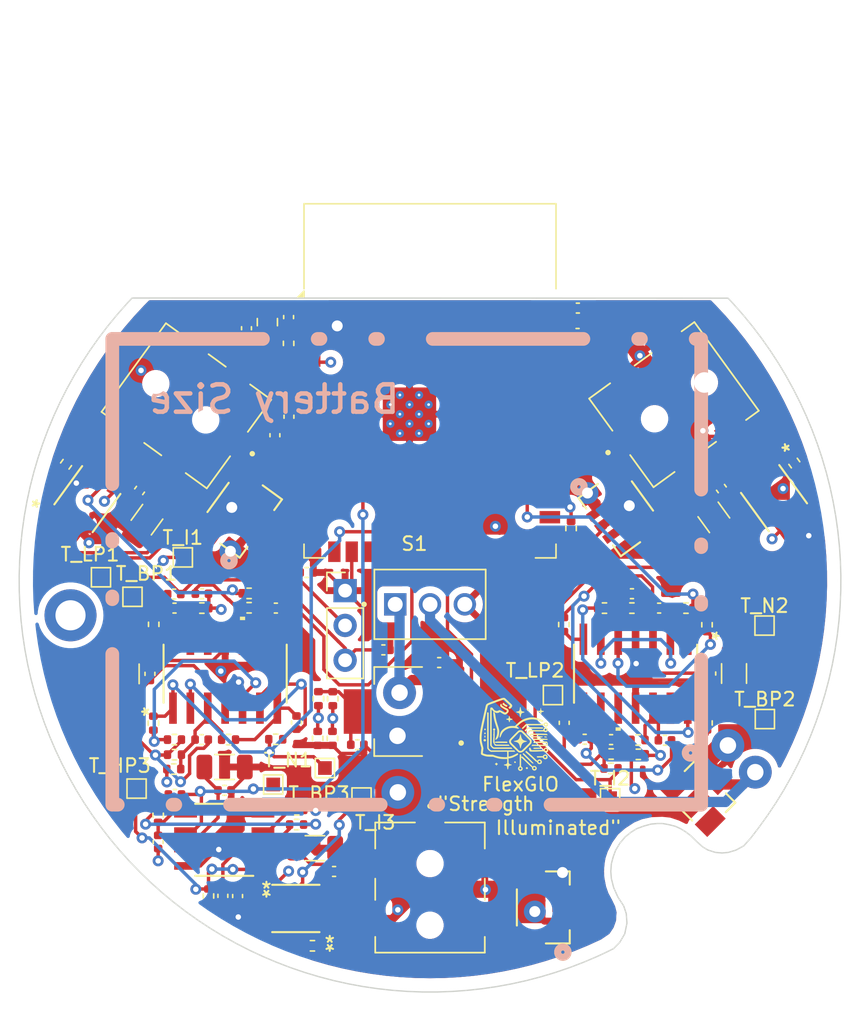
<source format=kicad_pcb>
(kicad_pcb (version 20240108) (generator "pcbnew") (generator_version "8.0")
  (layers (0 "F.Cu" signal) (1 "In1.Cu" signal) (2 "In2.Cu" signal) (31 "B.Cu" signal) (34 "B.Paste" user) (35 "F.Paste" user) (36 "B.SilkS" user "B.Silkscreen") (37 "F.SilkS" user "F.Silkscreen") (38 "B.Mask" user) (39 "F.Mask" user) (44 "Edge.Cuts" user))
  (net 0 "")
  (net 1 "Net-(LDO1-IN)")
  (net 2 "/power_reference1/BAT_+3.7V")
  (net 3 "+3.3V")
  (net 4 "/ESP1/D+_G")
  (net 5 "AMP_OUT3")
  (net 6 "Net-(C_K_H1-Pad2)")
  (net 7 "Net-(DUAL_AMP1-1IN+)")
  (net 8 "F_EKG1")
  (net 9 "Net-(C_K_L1-Pad2)")
  (net 10 "V_F_REF")
  (net 11 "Net-(DUAL_AMP1-2IN+)")
  (net 12 "Net-(QUAD_AMP1-3IN-)")
  (net 13 "Net-(C_M_H1-Pad1)")
  (net 14 "Net-(QUAD_AMP1-4IN+)")
  (net 15 "Net-(C_M_H3-Pad2)")
  (net 16 "Net-(QUAD_AMP2-4IN+)")
  (net 17 "Net-(QUAD_AMP2-3IN-)")
  (net 18 "Net-(C_M_L1-Pad1)")
  (net 19 "Net-(QUAD_AMP1-3IN+)")
  (net 20 "Net-(C_M_L3-Pad1)")
  (net 21 "Net-(QUAD_AMP2-3IN+)")
  (net 22 "Net-(QUAD_AMP1-1IN+)")
  (net 23 "Net-(QUAD_AMP1-4IN-)")
  (net 24 "Net-(QUAD_AMP1-1IN-)")
  (net 25 "Net-(QUAD_AMP1-2OUT)")
  (net 26 "Net-(QUAD_AMP2-4IN-)")
  (net 27 "Net-(QUAD_AMP2-1IN+)")
  (net 28 "Net-(QUAD_AMP2-2OUT)")
  (net 29 "Net-(QUAD_AMP2-1IN-)")
  (net 30 "Net-(DUAL_AMP1-1IN-)")
  (net 31 "LED_DATA2")
  (net 32 "/ESP1/BOOT1")
  (net 33 "LED_DATA3")
  (net 34 "F_EMG1")
  (net 35 "LED_DATA1")
  (net 36 "F_EMG2")
  (net 37 "/amp_phase1/E-")
  (net 38 "Net-(I_AMP1-Rg-Pad8)")
  (net 39 "/amp_phase1/E+")
  (net 40 "V_I_REF")
  (net 41 "AMP_OUT1")
  (net 42 "Net-(I_AMP1-Rg-Pad1)")
  (net 43 "/amp_phase2/E-")
  (net 44 "/amp_phase2/E+")
  (net 45 "AMP_OUT2")
  (net 46 "Net-(I_AMP2-Rg-Pad8)")
  (net 47 "Net-(I_AMP2-Rg-Pad1)")
  (net 48 "/amp_phase3/E+")
  (net 49 "Net-(I_AMP3-Rg-Pad8)")
  (net 50 "Net-(I_AMP3-Rg-Pad1)")
  (net 51 "/amp_phase3/E-")
  (net 52 "Net-(QUAD_AMP1-2IN+)")
  (net 53 "Net-(QUAD_AMP2-2IN+)")
  (net 54 "BONE_REF")
  (net 67 "/ESP1/EN")
  (net 80 "Net-(ESP1-IO20)")
  (footprint "Footprints:RM_8_ADI-M" (layer "F.Cu") (at 94.982438 94.02113 54)
    (property "Reference" "I_AMP1" (hide yes))
    (property "Value" "AD623ARMZ")
  )
  (footprint "Footprints:D8-M" (layer "F.Cu") (at 104.97425 118.89 180)
    (property "Reference" "DUAL_AMP1" (hide yes))
    (property "Value" "TLV2462AIDR")
  )
  (footprint "Resistor_SMD:R_0402_1005Metric" (layer "F.Cu") (at 103.825 122.99 90)
    (property "Reference" "R_K_H1" (hide yes))
    (property "Value" "RC0402FR-07549KL")
  )
  (footprint "Footprints:CUI_SJ1-42534-SMT-TR" (layer "F.Cu") (at 137.811068 87.123859 -144)
    (property "Reference" "JACK2" (hide yes))
    (property "Value" "SJ1-42534-SMT-TR")
  )
  (footprint "Capacitor_SMD:C_1206_3216Metric" (layer "F.Cu") (at 140.725 95.35 126)
    (property "Reference" "C_I_D4" (hide yes))
    (property "Value" "TAJA106K016RNJ")
  )
  (footprint "Resistor_SMD:R_0402_1005Metric" (layer "F.Cu") (at 106.79 101.95)
    (property "Reference" "R_M_L2" (hide yes))
    (property "Value" "0402WGF1501TCE")
  )
  (footprint "Resistor_SMD:R_0402_1005Metric" (layer "F.Cu") (at 112.9 108.59 -90)
    (property "Reference" "R_F_D1" (hide yes))
    (property "Value" "0402WGF1002TCE")
  )
  (footprint "Resistor_SMD:R_0402_1005Metric" (layer "F.Cu") (at 99.825 103.16 90)
    (property "Reference" "R_M_H1" (hide yes))
    (property "Value" "RC0402FR-0721KL")
  )
  (footprint "Resistor_SMD:R_0402_1005Metric" (layer "F.Cu") (at 140.225 103.19 90)
    (property "Reference" "R_M_N4" (hide yes))
    (property "Value" "0402WGF1003TCE")
  )
  (footprint "Capacitor_SMD:C_0402_1005Metric" (layer "F.Cu") (at 109.675 80.73 90)
    (property "Reference" "C_ESP_D1" (hide yes))
    (property "Value" "CL05B104KO5NNNC")
  )
  (footprint "Resistor_SMD:R_0402_1005Metric" (layer "F.Cu") (at 134.74 101.975)
    (property "Reference" "R_M_Q3" (hide yes))
    (property "Value" "0402WGF1002TCE")
  )
  (footprint "MountingHole:MountingHole_2.2mm_M2_ISO14580_Pad_TopBottom" (layer "F.Cu") (at 93.75 102.5)
    (property "Reference" "H1" (hide yes))
    (property "Value" "MountingHole")
  )
  (footprint "Footprints:CONN_BM03B-SRSS-TBLFSN_JST" (layer "F.Cu") (at 133.95 94.925 126)
    (property "Reference" "JST_3P2" (hide yes))
    (property "Value" "BM03B-SRSS-TBLFSN")
  )
  (footprint "TestPoint:TestPoint_Pad_1.0x1.0mm" (layer "F.Cu") (at 101.95 98.275)
    (property "Reference" "T_I1")
    (property "Value" "TestPoint")
  )
  (footprint "Resistor_SMD:R_0402_1005Metric" (layer "F.Cu") (at 99.8 110.375 90)
    (property "Reference" "R_M_N2" (hide yes))
    (property "Value" "0402WGF1003TCE")
  )
  (footprint "Capacitor_SMD:C_0402_1005Metric" (layer "F.Cu") (at 108.675 89.355 90)
    (property "Reference" "C_ADC_F3" (hide yes))
    (property "Value" "CL05B104KO5NNNC")
  )
  (footprint "Capacitor_SMD:C_0402_1005Metric" (layer "F.Cu") (at 100.15 119.045 -90)
    (property "Reference" "C_K_L2" (hide yes))
    (property "Value" "CL05A334KA5NNNC")
  )
  (footprint "Resistor_SMD:R_0402_1005Metric" (layer "F.Cu") (at 108.735 111.55)
    (property "Reference" "R_M_O2" (hide yes))
    (property "Value" "RC0402FR-072K61L")
  )
  (footprint "Resistor_SMD:R_0402_1005Metric" (layer "F.Cu") (at 101.34 111.575 180)
    (property "Reference" "R_M_N1" (hide yes))
    (property "Value" "0402WGF1003TCE")
  )
  (footprint "Capacitor_SMD:C_0402_1005Metric" (layer "F.Cu") (at 103.345 100.925 180)
    (property "Reference" "C_M_L2" (hide yes))
    (property "Value" "CL05B104KO5NNNC")
  )
  (footprint "Capacitor_SMD:C_0402_1005Metric" (layer "F.Cu") (at 98.792863 93.388328 -126)
    (property "Reference" "C_I_D1" (hide yes))
    (property "Value" "CL05B104KO5NNNC")
  )
  (footprint "Capacitor_SMD:C_0402_1005Metric" (layer "F.Cu") (at 131.295 111.55 180)
    (property "Reference" "C_M_H4" (hide yes))
    (property "Value" "CL05A105KP5NNNC")
  )
  (footprint "Capacitor_SMD:C_0402_1005Metric" (layer "F.Cu") (at 130.795 80.075)
    (property "Reference" "C_ADC_F2" (hide yes))
    (property "Value" "CL05B104KO5NNNC")
  )
  (footprint "Connector_PinHeader_2.54mm:PinHeader_1x03_P2.54mm_Vertical" (layer "F.Cu") (at 113.8 100.7)
    (property "Reference" "USB_RAW1" (hide yes))
    (property "Value" "USB_RAW")
  )
  (footprint "Resistor_SMD:R_0402_1005Metric" (layer "F.Cu") (at 135.19 111.6)
    (property "Reference" "R_M_H4" (hide yes))
    (property "Value" "RC0402FR-0745K3L")
  )
  (footprint "Capacitor_SMD:C_0402_1005Metric" (layer "F.Cu") (at 108.745 101.975)
    (property "Reference" "C_M_L1" (hide yes))
    (property "Value" "CL05B224KO5NNNC")
  )
  (footprint "Footprints:CUI_SJ1-42534-SMT-TR" (layer "F.Cu") (at 120 122.374999 90)
    (property "Reference" "JACK3" (hide yes))
    (property "Value" "SJ1-42534-SMT-TR")
  )
  (footprint "Capacitor_SMD:C_0402_1005Metric" (layer "F.Cu") (at 129.8 110.35 90)
    (property "Reference" "C_M_L3" (hide yes))
    (property "Value" "CL05B224KO5NNNC")
  )
  (footprint "Footprints:D14-M" (layer "F.Cu") (at 135.01 106.7646 -90)
    (property "Reference" "QUAD_AMP2" (hide yes))
    (property "Value" "TLV2464CDR")
  )
  (footprint "Footprints:CONN_BM03B-SRSS-TBLFSN_JST" (layer "F.Cu") (at 106.085261 95.030304 -126)
    (property "Reference" "JST_3P1" (hide yes))
    (property "Value" "BM03B-SRSS-TBLFSN")
  )
  (footprint "Resistor_SMD:R_0402_1005Metric" (layer "F.Cu") (at 101.29 113.725 180)
    (property "Reference" "R_M_Q2" (hide yes))
    (property "Value" "0402WGF1002TCE")
  )
  (footprint "TestPoint:TestPoint_Pad_1.0x1.0mm" (layer "F.Cu") (at 95.975 99.725)
    (property "Reference" "T_LP1")
    (property "Value" "TestPoint")
  )
  (footprint "Resistor_SMD:R_0402_1005Metric" (layer "F.Cu") (at 112.875 111.485 -90)
    (property "Reference" "R_F_D2" (hide yes))
    (property "Value" "0402WGF1002TCE")
  )
  (footprint "Resistor_SMD:R_0402_1005Metric" (layer "F.Cu") (at 138.69 101.975 180)
    (property "Reference" "R_M_O4" (hide yes))
    (property "Value" "RC0402FR-072K61L")
  )
  (footprint "Resistor_SMD:R_0402_1005Metric" (layer "F.Cu") (at 146.60023 91.387401 -54)
    (property "Reference" "R_I_G2" (hide yes))
    (property "Value" "RC0402FR-07300RL")
  )
  (footprint "Capacitor_SMD:C_0402_1005Metric" (layer "F.Cu") (at 105.95 122.995 90)
    (property "Reference" "C_K_H1" (hide yes))
    (property "Value" "CL05A105KP5NNNC")
  )
  (footprint "Capacitor_SMD:C_1206_3216Metric" (layer "F.Cu") (at 99.333017 95.5183 -126)
    (property "Reference" "C_I_D2" (hide yes))
    (property "Value" "TAJA106K016RNJ")
  )
  (footprint "Footprints:littleLogo" (layer "F.Cu") (at 126.175 111.25)
    (property "Reference" "G***" (hide yes))
    (property "Value" "LOGO" (hide yes))
  )
  (footprint "Resistor_SMD:R_0402_1005Metric" (layer "F.Cu") (at 133.225 112.625 180)
    (property "Reference" "R_M_L4" (hide yes))
    (property "Value" "0402WGF1501TCE")
  )
  (footprint "Capacitor_SMD:C_0402_1005Metric" (layer "F.Cu") (at 99.55 106.775 -90)
    (property "Reference" "C_M_D1" (hide yes))
    (property "Value" "CL05B104KO5NNNC")
  )
  (footprint "Capacitor_SMD:C_0402_1005Metric" (layer "F.Cu") (at 103.325 111.575)
    (property "Reference" "C_M_O1" (hide yes))
    (property "Value" "CL05A105KP5NNNC")
  )
  (footprint "Capacitor_SMD:C_0402_1005Metric" (layer "F.Cu") (at 130.775 81.925 180)
    (property "Reference" "C_ADC_F1" (hide yes))
    (property "Value" "CL05B104KO5NNNC")
  )
  (footprint "Capacitor_SMD:C_0805_2012Metric" (layer "F.Cu") (at 108.125 81.1 -90)
    (property "Reference" "C_ESP_D2" (hide yes))
    (property "Value" "CL21A226MAQNNNE")
  )
  (footprint "Capacitor_SMD:C_1206_3216Metric" (layer "F.Cu") (at 111.6 119.5)
    (property "Reference" "C_I_D6" (hide yes))
    (property "Value" "TAJA106K016RNJ")
  )
  (footprint "Resistor_SMD:R_0402_1005Metric" (layer "F.Cu") (at 100.15 117.1 90)
    (property "Reference" "R_K_L2" (hide yes))
    (property "Value" "RC0402FR-0788K7L")
  )
  (footprint "Resistor_SMD:R_0402_1005Metric" (layer "F.Cu") (at 110.275 116.7)
    (property "Reference" "R_K_H2" (hide yes))
    (property "Value" "RC0402FR-07732KL")
  )
  (footprint "Capacitor_SMD:C_0402_1005Metric" (layer "F.Cu") (at 104.995 115.275 180)
    (property "Reference" "C_K_D1" (hide yes))
    (property "Value" "CL05B104KO5NNNC")
  )
  (footprint "Capacitor_SMD:C_0402_1005Metric" (layer "F.Cu") (at 101.375 115.575 180)
    (property "Reference" "C_K_L1" (hide yes))
    (property "Value" "CL05A474KP5NNNC")
  )
  (footprint "Capacitor_SMD:C_1206_3216Metric" (layer "F.Cu") (at 97.85 106.775 90)
    (property "Reference" "C_M_D2" (hide yes))
    (property "Value" "T491A685K016AT")
  )
  (footprint "Footprints:SW_200MSP1T2B4M2QE" (layer "F.Cu") (at 120 101.7)
    (property "Reference" "S1")
    (property "Value" "200MSP1T2B4M2QE")
  )
  (footprint "TestPoint:TestPoint_Pad_1.0x1.0mm" (layer "F.Cu") (at 98.575 115.15)
    (property "Reference" "T_HP3")
    (property "Value" "TestPoint")
  )
  (footprint "Footprints:RM_8_ADI-M" (layer "F.Cu") (at 145.117562 93.94613 -54)
    (property "Reference" "I_AMP2" (hide yes))
    (property "Value" "AD623ARMZ")
  )
  (footprint "Resistor_SMD:R_0402_1005Metric" (layer "F.Cu") (at 111.415 126.625 180)
    (property "Reference" "R_I_G3" (hide yes))
    (property "Value" "RC0402FR-07100RL")
  )
  (footprint "Capacitor_SMD:C_0402_1005Metric" (layer "F.Cu") (at 120.67 105.95)
    (property "Reference" "C_LDO1" (hide yes))
    (property "Value" "CL05A105KP5NNNC")
  )
  (footprint "RF_Module:ESP32-S3-WROOM-1" (layer "F.Cu") (at 120 85.36)
    (property "Reference" "ESP1" (hide yes))
    (property "Value" "ESP32-S3-WROOM-1")
  )
  (footprint "Resistor_SMD:R_0402_1005Metric" (layer "F.Cu") (at 111.8 111.485 -90)
    (property "Reference" "R_I_D2" (hide yes))
    (property "Value" "0402WGF1003TCE")
  )
  (footprint "Resistor_SMD:R_0402_1005Metric" (layer "F.Cu") (at 101.34 112.675)
    (property "Reference" "R_M_Q1" (hide yes))
    (property "Value" "0402WGF1002TCE")
  )
  (footprint "Resistor_SMD:R_0402_1005Metric" (layer "F.Cu") (at 109.675 82.65 90)
    (property "Reference" "R_ESP_PU1" (hide yes))
    (property "Value" "0402WGF1002TCE")
  )
  (footprint "Capacitor_SMD:C_0402_1005Metric" (layer "F.Cu") (at 101.345 101.975 180)
    (property "Reference" "C_M_H2" (hide yes))
    (property "Value" "CL05A105KP5NNNC")
  )
  (footprint "TestPoint:TestPoint_Pad_1.0x1.0mm" (layer "F.Cu") (at 112.325 113.65)
    (property "Reference" "T_N1")
    (property "Value" "TestPoint")
  )
  (footprint "Resistor_SMD:R_0402_1005Metric" (layer "F.Cu") (at 130.3 96.165 -90)
    (property "Reference" "R_ESP_PU4" (hide yes))
    (property "Value" "0402WGF1002TCE")
  )
  (footprint "TestPoint:TestPoint_Pad_1.0x1.0mm" (layer "F.Cu") (at 98.275 101.15)
    (property "Reference" "T_BP1")
    (property "Value" "TestPoint")
  )
  (footprint "Capacitor_SMD:C_0402_1005Metric" (layer "F.Cu") (at 133.22 111.575 180)
    (property "Reference" "C_M_L4" (hide yes))
    (property "Value" "CL05B104KO5NNNC")
  )
  (footprint "Capacitor_SMD:C_0402_1005Metric" (layer "F.Cu") (at 104.875 122.98 -90)
    (property "Reference" "C_K_H2" (hide yes))
    (property "Value" "CL05A105KP5NNNC")
  )
  (footprint "TestPoint:TestPoint_Pad_1.0x1.0mm" (layer "F.Cu") (at 144.425 103.25)
    (property "Reference" "T_N2")
    (property "Value" "TestPoint")
  )
  (footprint "Capacitor_SMD:C_0402_1005Metric" (layer "F.Cu") (at 112.995 121.2)
    (property "Reference" "C_I_D5" (hide yes))
    (property "Value" "CL05B104KO5NNNC")
  )
  (footprint "Footprints:CONN_BM02B-SRSS-TB_JST" (layer "F.Cu") (at 139.67759 115.790305 -45)
    (property "Reference" "JST_2P1" (hide yes))
    (property "Value" "BM02B-SRSS-TB LFSN")
  )
  (footprint "Capacitor_SMD:C_0402_1005Metric" (layer "F.Cu") (at 116.595 105.025)
    (property "Reference" "C_ESP_USB1" (hide yes))
    (property "Value" "0402CG220J500NT")
  )
  (footprint "Capacitor_SMD:C_0402_1005Metric" (layer "F.Cu") (at 109.7 88.005 90)
    (property "Reference" "C_ADC_F4" (hide yes))
    (property "Value" "CL05B104KO5NNNC")
  )
  (footprint "Footprints:D14-M" (layer "F.Cu") (at 105.04 106.7646 90)
    (property "Reference" "QUAD_AMP1" (hide yes))
    (property "Value" "TLV2464CDR")
  )
  (footprint "Capacitor_SMD:C_0402_1005Metric" (layer "F.Cu") (at 106.6 81.545 -90)
    (property "Reference" "C_ESP_D3" (hide yes))
    (property "Value" "CL05A105KP5NNNC")
  )
  (footprint "Resistor_SMD:R_0402_1005Metric" (layer "F.Cu") (at 111.85 108.585 -90)
    (property "Reference" "R_I_D1" (hide yes))
    (property "Value" "0402WGF1003TCE")
  )
  (footprint "Capacitor_SMD:C_0402_1005Metric" (layer "F.Cu") (at 134.745 100.925 180)
    (property "Reference" "C_M_O3" (hide yes))
    (property "Value" "CL05A105KP5NNNC")
  )
  (footprint "TestPoint:TestPoint_Pad_1.0x1.0mm" (layer "F.Cu") (at 108.55 114.85)
    (property "Reference" "T_BP3")
    (property "Value" "TestPoint")
  )
  (footprint "Resistor_SMD:R_0402_1005Metric" (layer "F.Cu") (at 103.34 101.975 180)
    (property "Reference" "R_M_H2" (hide yes))
    (property "Value" "RC0402FR-0745K3L")
  )
  (footprint "Resistor_SMD:R_0402_1005Metric" (layer "F.Cu") (at 110.26 117.775 180)
    (property "Reference" "R_K_L1" (hide yes))
    (property "Value" "RC0402FR-0741K2L")
  )
  (footprint "TestPoint:TestPoint_Pad_1.0x1.0mm" (layer "F.Cu") (at 133.15 115.85)
    (property "Reference" "T_I2")
    (property "Value" "TestPoint")
  )
  (footprint "Footprints:RM_8_ADI-M" (layer "F.Cu") (at 110.2025 123.900001 180)
    (property "Reference" "I_AMP3" (hide yes))
    (property "Value" "AD623ARMZ")
  )
  (footprint "Resistor_SMD:R_0402_1005Metric" (layer "F.Cu") (at 93.425 91.475 54)
    (property "Reference" "R_I_G1" (hide yes))
    (property "Value" "RC0402FR-07300RL")
  )
  (footprint "TestPoint:TestPoint_Pad_1.0x1.0mm" (layer "F.Cu") (at 128.975 108.325)
    (property "Reference" "T_LP2")
    (property "Value" "TestPoint")
  )
  (footprint "Capacitor_SMD:C_1206_3216Metric" (layer "F.Cu") (at 105 113.575)
    (property "Reference" "C_K_D2" (hide yes))
    (property "Value" "T491A685K016AT")
  )
  (footprint "TestPoint:TestPoint_Pad_1.0x1.0mm" (layer "F.Cu") (at 115 115.8)
    (property "Reference" "T_I3")
    (property "Value" "TestPoint")
  )
  (footprint "Footprints:VREG_TLV1117LV33DCYR" (layer "F.Cu") (at 117.675 109.525 180)
    (property "Reference" "LDO1" (hide yes))
    (property "Value" "TLV1117LV33DCYR")
  )
  (footprint "Resistor_SMD:R_0402_1005Metric" (layer "F.Cu") (at 105.29 111.575)
    (property "Reference" "R_M_O1" (hide yes))
    (property "Value" "RC0402FR-072K61L")
  )
  (footprint "Capacitor_SMD:C_1206_3216Metric" (layer "F.Cu") (at 142.2 106.75 -90)
    (property "Reference" "C_M_D4" (hide yes))
    (property "Value" "T491A685K016AT")
  )
  (footprint "Capacitor_SMD:C_0402_1005Metric" (layer "F.Cu") (at 110.25 110.33 -90)
    (property "Reference" "C_M_O2" (hide yes))
    (property "Value" "CL05A105KP5NNNC")
  )
  (footprint "Capacitor_SMD:C_0402_1005Metric" (layer "F.Cu") (at 136.73 101.975)
    (property "Reference" "C_M_O4" (hide yes))
    (property "Value" "CL05A105KP5NNNC")
  )
  (footprint "Resistor_SMD:R_0402_1005Metric" (layer "F.Cu") (at 133.215 113.675)
    (property "Reference" "R_M_L3" (hide yes))
    (property "Value" "RC0402FR-071K5L")
  )
  (footprint "Capacitor_SMD:C_0402_1005Metric" (layer "F.Cu") (at 110.995 99.375)
    (property "Reference" "C_ESP_USB2" (hide yes))
    (property "Value" "0402CG220J500NT")
  )
  (footprint "Footprints:CONN_BM03B-SRSS-TBLFSN_JST" (layer "F.Cu") (at 128.271599 123.825 -90)
    (property "Reference" "JST_3P3" (hide yes))
    (property "Value" "BM03B-SRSS-TBLFSN")
  )
  (footprint "Capacitor_SMD:C_0402_1005Metric" (layer "F.Cu") (at 137.155 111.625)
    (property "Reference" "C_M_H3" (hide yes))
    (property "Value" "CL05A105KP5NNNC")
  )
  (footprint "Capacitor_SMD:C_0402_1005Metric" (layer "F.Cu") (at 141.275 93.25 126)
    (property "Reference" "C_I_D3" (hide yes))
    (property "Value" "CL05B104KO5NNNC")
  )
  (footprint "Resistor_SMD:R_0402_1005Metric" (layer "F.Cu") (at 106.79 100.9 180)
    (property "Reference" "R_M_L1" (hide yes))
    (property "Value" "RC0402FR-071K5L")
  )
  (footprint "Resistor_SMD:R_0402_1005Metric" (layer "F.Cu") (at 140.225 110.36 -90)
    (property "Reference" "R_M_H3" (hide yes))
    (property "Value" "RC0402FR-0721KL")
  )
  (footprint "Resistor_SMD:R_0402_1005Metric" (layer "F.Cu") (at 129.775 103.175 -90)
    (property "Reference" "R_M_O3" (hide yes))
    (property "Value" "RC0402FR-072K61L")
  )
  (footprint "TestPoint:TestPoint_Pad_1.0x1.0mm" (layer "F.Cu") (at 144.45 110.075)
    (property "Reference" "T_BP2")
    (property "Value" "TestPoint")
  )
  (footprint "Capacitor_SMD:C_0402_1005Metric" (layer "F.Cu") (at 101.32 100.95)
    (property "Reference" "C_M_H1" (hide yes))
    (property "Value" "CL05A105KP5NNNC")
  )
  (footprint "Footprints:CUI_SJ1-42534-SMT-TR" (layer "F.Cu") (at 102.208079 87.207444 -36)
    (property "Reference" "JACK1" (hide yes))
    (property "Value" "SJ1-42534-SMT-TR")
  )
  (footprint "Resistor_SMD:R_0402_1005Metric" (layer "F.Cu") (at 132.74 101.975)
    (property "Reference" "R_M_N3" (hide yes))
    (property "Value" "0402WGF1003TCE")
  )
  (footprint "Resistor_SMD:R_0402_1005Metric" (layer "F.Cu") (at 135.21 112.65 180)
    (property "Reference" "R_M_Q4" (hide yes))
    (property "Value" "0402WGF1002TCE")
  )
  (footprint "Capacitor_SMD:C_0402_1005Metric" (layer "F.Cu") (at 114.695 111.95)
    (property "Reference" "C_LDO2" (hide yes))
    (property "Value" "CL05A105KP5NNNC")
  )
  (footprint "Capacitor_SMD:C_0402_1005Metric" (layer "F.Cu") (at 140.5 106.75 90)
    (property "Reference" "C_M_D3" (hide yes))
    (property "Value" "CL05B104KO5NNNC")
  )
  (gr_rect (start 96.8 82.325) (end 139.8 116.325) (stroke (width 1) (type dash_dot_dot)) (fill solid) (layer "B.SilkS"))
  (gr_poly (pts (xy 115.099591 129.598251) (xy 114.025396 129.400248) (xy 112.959122 129.163273) (xy 111.902181 128.887641) (xy 110.855973 128.573716) (xy 109.821887 128.221915) (xy 108.801293 127.832704) (xy 107.795543 127.4066) (xy 106.80597 126.944166) (xy 105.833888 126.446016) (xy 104.880583 125.91281) (xy 103.94732 125.345255) (xy 103.035336 124.744103) (xy 102.145839 124.110152) (xy 101.28001 123.444241) (xy 100.438994 122.747254) (xy 99.623909 122.020113) (xy 98.835832 121.263784) (xy 98.075811 120.479268) (xy 97.344851 119.667605) (xy 96.643922 118.829872) (xy 95.973952 117.967179) (xy 95.335831 117.080669) (xy 94.730404 116.171518) (xy 94.158473 115.24093) (xy 93.620796 114.29014) (xy 93.118087 113.320407) (xy 92.651012 112.333017) (xy 92.220189 111.329279) (xy 91.82619 110.310524) (xy 91.469537 109.278101) (xy 91.150703 108.233379) (xy 90.87011 107.177744) (xy 90.628131 106.112594) (xy 90.425086 105.039341) (xy 90.261245 103.959409) (xy 90.136824 102.874228) (xy 90.051988 101.785237) (xy 90.006851 100.69388) (xy 90.001471 99.601603) (xy 90.035856 98.509853) (xy 90.10996 97.42008) (xy 90.223685 96.333726) (xy 90.376881 95.252232) (xy 90.569344 94.177031) (xy 90.800819 93.109549) (xy 91.070999 92.051201) (xy 91.379527 91.00339) (xy 91.725993 89.967504) (xy 92.109937 88.944916) (xy 92.530852 87.936983) (xy 92.988178 86.94504) (xy 93.481311 85.970402) (xy 94.009595 85.014362) (xy 94.572332 84.078186) (xy 95.168774 83.163115) (xy 95.798132 82.270362) (xy 96.459571 81.401111) (xy 97.152214 80.556514) (xy 97.875143 79.737691) (xy 98.249484 79.340011) (xy 141.76 79.35) (xy 142.134159 79.747852) (xy 142.856712 80.567007) (xy 143.548967 81.411922) (xy 144.210006 82.281476) (xy 144.838954 83.174518) (xy 145.434976 84.089863) (xy 145.997283 85.026297) (xy 146.525128 85.98258) (xy 147.017813 86.957444) (xy 147.474684 87.949597) (xy 147.895136 88.957723) (xy 148.278611 89.980487) (xy 148.624601 91.016532) (xy 148.932647 92.064485) (xy 149.202342 93.122957) (xy 149.433327 94.190545) (xy 149.625296 95.265834) (xy 149.777995 96.347398) (xy 149.891221 97.433804) (xy 149.964825 98.523612) (xy 149.998709 99.615377) (xy 149.992828 100.707651) (xy 149.947189 101.798988) (xy 149.861853 102.88794) (xy 149.736934 103.973063) (xy 149.572597 105.05292) (xy 149.369059 106.12608) (xy 149.126591 107.191118) (xy 148.845514 108.246625) (xy 148.5262 109.2912) (xy 148.169073 110.323459) (xy 147.774606 111.342034) (xy 147.343323 112.345574) (xy 146.875794 113.332749) (xy 146.372639 114.302251) (xy 145.834526 115.252794) (xy 145.262168 116.183119) (xy 144.656323 117.091992) (xy 144.017795 117.978209) (xy 143.42 118.76) (xy 142.91 119.33) (xy 142.34 119.64) (xy 141.78 119.81) (xy 141.33 119.85) (xy 140.84 119.81) (xy 140.28 119.63) (xy 139.9 119.4) (xy 139.48 119.02) (xy 139.05 118.6) (xy 138.7 118.33) (xy 138.32 118.09) (xy 137.91 117.9) (xy 137.43 117.78) (xy 136.98 117.7) (xy 136.58 117.7) (xy 136.14 117.74) (xy 135.63 117.88) (xy 135.1 118.07) (xy 134.67 118.34) (xy 134.25 118.68) (xy 133.86 119.14) (xy 133.55 119.66) (xy 133.38 120.12) (xy 133.24 120.64) (xy 133.2 121.2) (xy 133.24 121.71) (xy 133.41 122.38) (xy 133.72 123.07) (xy 134.14 123.71) (xy 134.33 124.28) (xy 134.38 124.97) (xy 134.22 125.75) (xy 133.85 126.38) (xy 133.41 126.83) (xy 132.86 127.1) (xy 132.191872 127.4122) (xy 131.185927 127.837843) (xy 130.165154 128.226586) (xy 129.130906 128.577912) (xy 128.084555 128.891356) (xy 127.027487 129.166503) (xy 125.961104 129.402988) (xy 124.886819 129.600498) (xy 123.806056 129.75877) (xy 122.720248 129.877596) (xy 121.630834 129.956817) (xy 120.539259 129.996328) (xy 119.446968 129.996077) (xy 118.355411 129.956065) (xy 117.266034 129.876344) (xy 116.180281 129.75702)) (stroke (width 0.1)) (fill none) (layer "Edge.Cuts"))
  (gr_text "Battery Size\n" (at 117.95 87.9 0) (layer "B.SilkS") (effects (font (size 2 2) (thickness 0.33) (bold yes)) (justify left bottom mirror)))
  (gr_text "{dblquote}Strength" (at 120.475 116.85 0) (layer "F.SilkS") (effects (font (size 1 1)) (justify left bottom)))
  (gr_text "FlexGlO" (at 123.7 115.425 0) (layer "F.SilkS") (effects (font (size 1 1)) (justify left bottom)))
  (gr_text "Illuminated{dblquote}" (at 124.7 118.6 0) (layer "F.SilkS") (effects (font (size 1 1)) (justify left bottom)))
  (segment (start 120.19 105.95) (end 120.19 106.84) (width 0.25) (layer "F.Cu") (net 1))
  (segment (start 117.775 108.15) (end 118.7 107.225) (width 0.75) (layer "F.Cu") (net 1))
  (segment (start 120.19 106.84) (end 120.575 107.225) (width 0.25) (layer "F.Cu") (net 1))
  (segment (start 118.7 107.225) (end 120.575 107.225) (width 0.75) (layer "F.Cu") (net 1))
  (via (at 117.775 108.15) (size 2.4) (drill 1.2) (layers "F.Cu" "B.Cu") (net 1))
  (segment (start 117.775 102.015) (end 117.46 101.7) (width 0.75) (layer "B.Cu") (net 1))
  (segment (start 117.775 108.15) (end 117.775 102.015) (width 0.75) (layer "B.Cu") (net 1))
  (segment (start 141.325 114.85) (end 142.85 114.85) (width 0.75) (layer "F.Cu") (net 2))
  (segment (start 142.85 114.85) (end 143.75 113.95) (width 0.75) (layer "F.Cu") (net 2))
  (via (at 143.75 113.95) (size 2.4) (drill 1.2) (layers "F.Cu" "B.Cu") (net 2))
  (segment (start 133.268881 116.125) (end 141.575 116.125) (width 0.75) (layer "B.Cu") (net 2))
  (segment (start 141.575 116.125) (end 143.75 113.95) (width 0.75) (layer "B.Cu") (net 2))
  (segment (start 120 102.856119) (end 133.268881 116.125) (width 0.75) (layer "B.Cu") (net 2))
  (segment (start 120 101.7) (end 120 102.856119) (width 0.75) (layer "B.Cu") (net 2))
  (segment (start 119.4 109.525) (end 120.575 109.525) (width 0.75) (layer "F.Cu") (net 3))
  (segment (start 102.1485 120.795) (end 103.23 120.795) (width 0.25) (layer "F.Cu") (net 3))
  (segment (start 141.570465 93.625) (end 141.557137 93.638328) (width 0.25) (layer "F.Cu") (net 3))
  (segment (start 141.591983 96.5433) (end 141.591983 93.673174) (width 0.25) (layer "F.Cu") (net 3))
  (segment (start 106.299998 124.225002) (end 106 124.525) (width 0.25) (layer "F.Cu") (net 3))
  (segment (start 140.145 106.625) (end 140.13351 106.625) (width 0.25) (layer "F.Cu") (net 3))
  (segment (start 146.686846 95.717389) (end 147.656434 96.686977) (width 0.25) (layer "F.Cu") (net 3))
  (segment (start 108.215 82.14) (end 108.125 82.05) (width 0.25) (layer "F.Cu") (net 3))
  (segment (start 108.835 82.05) (end 109.675 81.21) (width 0.25) (layer "F.Cu") (net 3))
  (segment (start 109.675 82.14) (end 109.66 82.14) (width 0.25) (layer "F.Cu") (net 3))
  (segment (start 100.63949 106.177) (end 102.752 106.177) (width 0.25) (layer "F.Cu") (net 3))
  (segment (start 146.686846 95.411846) (end 145.975 94.7) (width 0.25) (layer "F.Cu") (net 3))
  (segment (start 106.625 82.05) (end 106.6 82.025) (width 0.25) (layer "F.Cu") (net 3))
  (segment (start 110.125 119.5) (end 111.3 120.675) (width 0.25) (layer "F.Cu") (net 3))
  (segment (start 106.6 82.375) (end 106.6 82.025) (width 0.25) (layer "F.Cu") (net 3))
  (segment (start 117.625 111.3) (end 115.85 109.525) (width 0.75) (layer "F.Cu") (net 3))
  (segment (start 146.686846 95.553139) (end 146.686846 95.411846) (width 0.25) (layer "F.Cu") (net 3))
  (segment (start 142.2 105.275) (end 141.495 105.275) (width 0.25) (layer "F.Cu") (net 3))
  (segment (start 140.13351 106.625) (end 140.03351 106.725) (width 0.25) (layer "F.Cu") (net 3))
  (segment (start 108.525 83.275) (end 107.5 83.275) (width 0.25) (layer "F.Cu") (net 3))
  (segment (start 114.215 110.085) (end 114.775 109.525) (width 0.25) (layer "F.Cu") (net 3))
  (segment (start 112.9 108.08) (end 113.33 108.08) (width 0.25) (layer "F.Cu") (net 3))
  (segment (start 108.125 82.05) (end 108.835 82.05) (width 0.25) (layer "F.Cu") (net 3))
  (segment (start 130.3 95.655) (end 130.3 94.675) (width 0.25) (layer "F.Cu") (net 3))
  (segment (start 112.515 120.99) (end 112.515 121.2) (width 0.25) (layer "F.Cu") (net 3))
  (segment (start 107.392768 94.625) (end 105.525 94.625) (width 0.5) (layer "F.Cu") (net 3))
  (segment (start 105.04 108.465) (end 105.04 109.2792) (width 0.25) (layer "F.Cu") (net 3))
  (segment (start 103.23 120.795) (end 104.425 119.6) (width 0.25) (layer "F.Cu") (net 3))
  (segment (start 113.33 108.08) (end 114.775 109.525) (width 0.25) (layer "F.Cu") (net 3))
  (segment (start 105.04 109.2792) (end 105.04 108.36) (width 0.25) (layer "F.Cu") (net 3))
  (segment (start 135.01 104.96) (end 135.01 104.25) (width 0.25) (layer "F.Cu") (net 3))
  (segment (start 112.515 121.2) (end 112.35 121.2) (width 0.25) (layer "F.Cu") (net 3))
  (segment (start 146.686846 95.553139) (end 146.686846 95.717389) (width 0.25) (layer "F.Cu") (net 3))
  (segment (start 103.30535 118.49465) (end 103.30535 120.1294) (width 0.25) (layer "F.Cu") (net 3))
  (segment (start 133.382186 96.57361) (end 134.55 95.405796) (width 0.5) (layer "F.Cu") (net 3))
  (segment (start 102.752 106.177) (end 105.04 108.465) (width 0.25) (layer "F.Cu") (net 3))
  (segment (start 100.2 94.125) (end 99.075 93) (width 0.25) (layer "F.Cu") (net 3))
  (segment (start 97.85 108.25) (end 98.555 108.25) (width 0.25) (layer "F.Cu") (net 3))
  (segment (start 109.835 81.05) (end 109.675 81.21) (width 0.25) (layer "F.Cu") (net 3))
  (segment (start 112.35 121.2) (end 109.324998 124.225002) (width 0.25) (layer "F.Cu") (net 3))
  (segment (start 96.779906 91.222453) (end 96.025859 91.9765) (width 0.25) (layer "F.Cu") (net 3))
  (segment (start 140.5 106.27) (end 140.145 106.625) (width 0.25) (layer "F.Cu") (net 3))
  (segment (start 98.555 108.25) (end 99.55 107.255) (width 0.25) (layer "F.Cu") (net 3))
  (segment (start 99.91649 106.9) (end 100.63949 106.177) (width 0.25) (layer "F.Cu") (net 3))
  (segment (start 135.01 105.985) (end 135.05 106.025) (width 0.25) (layer "F.Cu") (net 3))
  (segment (start 103.525 113.575) (end 103.525 114.285) (width 0.25) (layer "F.Cu") (net 3))
  (segment (start 107.5 83.275) (end 106.6 82.375) (width 0.25) (layer "F.Cu") (net 3))
  (segment (start 114.215 111.95) (end 114.215 110.085) (width 0.25) (layer "F.Cu") (net 3))
  (segment (start 97.297453 91.222453) (end 96.779906 91.222453) (width 0.25) (layer "F.Cu") (net 3))
  (segment (start 107.828647 95.060879) (end 107.392768 94.625) (width 0.5) (layer "F.Cu") (net 3))
  (segment (start 129.699999 121.299999) (end 129.675 121.275) (width 0.5) (layer "F.Cu") (net 3))
  (segment (start 117.625 111.3) (end 119.4 109.525) (width 0.75) (layer "F.Cu") (net 3))
  (segment (start 109.324998 124.225002) (end 107.98 124.225002) (width 0.25) (layer "F.Cu") (net 3))
  (segment (start 96.025859 92.032059) (end 96.025859 92.099141) (width 0.25) (layer "F.Cu") (net 3))
  (segment (start 110.93 81.05) (end 109.835 81.05) (width 0.25) (layer "F.Cu") (net 3))
  (segment (start 104.525 115.285) (end 104.525 117.275) (width 0.25) (layer "F.Cu") (net 3))
  (segment (start 104.525 117.275) (end 103.30535 118.49465) (width 0.25) (layer "F.Cu") (net 3))
  (segment (start 103.30535 120.1294) (end 102.63975 120.795) (width 0.25) (layer "F.Cu") (net 3))
  (segment (start 115.85 109.525) (end 114.775 109.525) (width 0.75) (layer "F.Cu") (net 3))
  (segment (start 111.25 81.37) (end 110.93 81.05) (width 0.25) (layer "F.Cu") (net 3))
  (segment (start 100.2 94.325) (end 100.2 94.125) (width 0.25) (layer "F.Cu") (net 3))
  (segment (start 99.905 106.9) (end 99.91649 106.9) (width 0.25) (layer "F.Cu") (net 3))
  (segment (start 104.425 119.6) (end 104.575 119.6) (width 0.25) (layer "F.Cu") (net 3))
  (segment (start 110.085 82.14) (end 110.855 81.37) (width 0.25) (layer "F.Cu") (net 3))
  (segment (start 135.01 104.25) (end 135.01 105.985) (width 0.25) (layer "F.Cu") (net 3))
  (segment (start 130.3 94.675) (end 130.225 94.6) (width 0.25) (layer "F.Cu") (net 3))
  (segment (start 111.25 81.37) (end 113.22 81.37) (width 0.5) (layer "F.Cu") (net 3))
  (segment (start 140.03351 106.725) (end 136.775 106.725) (width 0.25) (layer "F.Cu") (net 3))
  (segment (start 111.3 120.675) (end 112.2 120.675) (width 0.25) (layer "F.Cu") (net 3))
  (segment (start 99.55 107.255) (end 99.905 106.9) (width 0.25) (layer "F.Cu") (net 3))
  (segment (start 95 93.125) (end 94.45 93.125) (width 0.25) (layer "F.Cu") (net 3))
  (segment (start 96.025859 92.099141) (end 95 93.125) (width 0.25) (layer "F.Cu") (net 3))
  (segment (start 94.45 93.125) (end 94.175 92.85) (width 0.25) (layer "F.Cu") (net 3))
  (segment (start 143.125 94.7) (end 142.05 93.625) (width 0.25) (layer "F.Cu") (net 3))
  (segment (start 142.05 93.625) (end 141.570465 93.625) (width 0.25) (layer "F.Cu") (net 3))
  (segment (start 145.975 94.7) (end 143.125 94.7) (width 0.25) (layer "F.Cu") (net 3))
  (segment (start 108.125 82.05) (end 106.625 82.05) (width 0.25) (layer "F.Cu") (net 3))
  (segment (start 104.515 115.275) (end 104.525 115.285) (width 0.25) (layer "F.Cu") (net 3))
  (segment (start 103.525 114.285) (end 104.515 115.275) (width 0.25) (layer "F.Cu") (net 3))
  (segment (start 113.22 81.37) (end 113.225 81.375) (width 0.5) (layer "F.Cu") (net 3))
  (segment (start 110.855 81.37) (end 111.25 81.37) (width 0.25) (layer "F.Cu") (net 3))
  (segment (start 129.699999 122.824999) (end 129.699999 121.299999) (width 0.5) (layer "F.Cu") (net 3))
  (segment (start 96.025859 91.9765) (end 96.025859 92.032059) (width 0.25) (layer "F.Cu") (net 3))
  (segment (start 109.675 82.14) (end 110.085 82.14) (width 0.25) (layer "F.Cu") (net 3))
  (segment (start 112.2 120.675) (end 112.515 120.99) (width 0.25) (layer "F.Cu") (net 3))
  (segment (start 112.895 108.075) (end 112.9 108.08) (width 0.25) (layer "F.Cu") (net 3))
  (segment (start 134.55 95.405796) (end 134.55 94.5) (width 0.5) (layer "F.Cu") (net 3))
  (segment (start 109.66 82.14) (end 108.525 83.275) (width 0.25) (layer "F.Cu") (net 3))
  (segment (start 102.63975 120.795) (end 102.1485 120.795) (width 0.25) (layer "F.Cu") (net 3))
  (segment (start 136.775 106.725) (end 135.01 104.96) (width 0.25) (layer "F.Cu") (net 3))
  (segment (start 141.495 105.275) (end 140.5 106.27) (width 0.25) (layer "F.Cu") (net 3))
  (segment (start 99.075 93) (end 97.297453 91.222453) (width 0.25) (layer "F.Cu") (net 3))
  (segment (start 111.85 108.075) (end 112.895 108.075) (width 0.25) (layer "F.Cu") (net 3))
  (segment (start 105.04 108.36) (end 106.025 107.375) (width 0.25) (layer "F.Cu") (net 3))
  (segment (start 107.98 124.225002) (end 106.299998 124.225002) (width 0.25) (layer "F.Cu") (net 3))
  (segment (start 141.591983 93.673174) (end 141.557137 93.638328) (width 0.25) (layer "F.Cu") (net 3))
  (via (at 134.55 94.5) (size 1.6) (drill 0.8) (layers "F.Cu" "B.Cu") (net 3))
  (via (at 135.05 106.025) (size 0.8) (drill 0.4) (layers "F.Cu" "B.Cu") (net 3))
  (via (at 105.525 94.625) (size 1.6) (drill 0.8) (layers "F.Cu" "B.Cu") (net 3))
  (via (at 94.175 92.85) (size 0.8) (drill 0.4) (layers "F.Cu" "B.Cu") (net 3))
  (via (at 106.025 107.375) (size 0.8) (drill 0.4) (layers "F.Cu" "B.Cu") (net 3))
  (via (at 147.656434 96.686977) (size 0.8) (drill 0.4) (layers "F.Cu" "B.Cu") (net 3))
  (via (at 104.575 119.6) (size 0.8) (drill 0.4) (layers "F.Cu" "B.Cu") (net 3))
  (via (at 129.675 121.275) (size 1.6) (drill 0.8) (layers "F.Cu" "B.Cu") (net 3))
  (via (at 113.225 81.375) (size 1.6) (drill 0.8) (layers "F.Cu" "B.Cu") (net 3))
  (via (at 130.225 94.6) (size 0.8) (drill 0.4) (layers "F.Cu" "B.Cu") (net 3))
  (via (at 106 124.525) (size 0.8) (drill 0.4) (layers "F.Cu" "B.Cu") (net 3))
  (via (at 117.625 111.3) (size 2.4) (drill 1.2) (layers "F.Cu" "B.Cu") (net 3))
  (segment (start 109.825 95.765) (end 110.25 95.34) (width 0.25) (layer "F.Cu") (net 4))
  (segment (start 113.313299 104.415) (end 112.625 103.726701) (width 0.25) (layer "F.Cu") (net 4))
  (segment (start 113.315 104.415) (end 113.313299 104.415) (width 0.25) (layer "F.Cu") (net 4))
  (segment (start 113.8 104.9) (end 113.315 104.415) (width 0.25) (layer "F.Cu") (net 4))
  (segment (start 109.825 100.925) (end 109.825 95.765) (width 0.25) (layer "F.Cu") (net 4))
  (segment (start 113.8 105.78) (end 113.8 104.9) (width 0.25) (layer "F.Cu") (net 4))
  (segment (start 116.115 105.025) (end 114.555 105.025) (width 0.25) (layer "F.Cu") (net 4))
  (segment (start 110.25 95.34) (end 111.25 95.34) (width 0.25) (layer "F.Cu") (net 4))
  (segment (start 112.625 103.725) (end 109.825 100.925) (width 0.25) (layer "F.Cu") (net 4))
  (segment (start 114.555 105.025) (end 113.8 105.78) (width 0.25) (layer "F.Cu") (net 4))
  (segment (start 112.625 103.726701) (end 112.625 103.725) (width 0.25) (layer "F.Cu") (net 4))
  (segment (start 110.7 122.0194) (end 110.7 121.25) (width 0.25) (layer "F.Cu") (net 5))
  (segment (start 113.375 117.8) (end 113.375 117.425) (width 0.25) (layer "F.Cu") (net 5))
  (segment (start 106.05 123.575) (end 105.95 123.475) (width 0.25) (layer "F.Cu") (net 5))
  (segment (start 109.1444 123.575) (end 110.7 122.0194) (width 0.25) (layer "F.Cu") (net 5))
  (segment (start 107.98 123.575) (end 109.1444 123.575) (width 0.25) (layer "F.Cu") (net 5))
  (segment (start 113.375 117.425) (end 115 115.8) (width 0.25) (layer "F.Cu") (net 5))
  (segment (start 107.98 123.575) (end 106.05 123.575) (width 0.25) (layer "F.Cu") (net 5))
  (via (at 110.7 121.25) (size 0.8) (drill 0.4) (layers "F.Cu" "B.Cu") (net 5))
  (via (at 113.375 117.8) (size 0.8) (drill 0.4) (layers "F.Cu" "B.Cu") (net 5))
  (segment (start 110.7 121.25) (end 113.375 118.575) (width 0.25) (layer "B.Cu") (net 5))
  (segment (start 113.375 118.575) (end 113.375 117.8) (width 0.25) (layer "B.Cu") (net 5))
  (segment (start 103.825 123.5) (end 104.835 123.5) (width 0.25) (layer "F.Cu") (net 6))
  (segment (start 104.835 123.5) (end 104.875 123.46) (width 0.25) (layer "F.Cu") (net 6))
  (segment (start 105.95 122.515) (end 105.83149 122.515) (width 0.25) (layer "F.Cu") (net 6))
  (segment (start 104.88649 123.46) (end 104.875 123.46) (width 0.25) (layer "F.Cu") (net 6))
  (segment (start 105.83149 122.515) (end 104.88649 123.46) (width 0.25) (layer "F.Cu") (net 6))
  (segment (start 104.875 122.5) (end 104.875 120.68875) (width 0.25) (layer "F.Cu") (net 7))
  (segment (start 109.765 116.7) (end 108.21 118.255) (width 0.25) (layer "F.Cu") (net 7))
  (segment (start 107.30875 118.255) (end 107.8 118.255) (width 0.25) (layer "F.Cu") (net 7))
  (segment (start 104.875 120.68875) (end 107.30875 118.255) (width 0.25) (layer "F.Cu") (net 7))
  (segment (start 108.21 118.255) (end 107.8 118.255) (width 0.25) (layer "F.Cu") (net 7))
  (segment (start 110.25 85.18) (end 109.7 85.73) (width 0.25) (layer "F.Cu") (net 8))
  (segment (start 107.1 115.175) (end 108.225 115.175) (width 0.25) (layer "F.Cu") (net 8))
  (segment (start 102.1485 118.255) (end 102.70095 118.255) (width 0.25) (layer "F.Cu") (net 8))
  (segment (start 113.35 90.525) (end 113.35 86.28) (width 0.25) (layer "F.Cu") (net 8))
  (segment (start 103.30535 117.6506) (end 103.30535 115.43035) (width 0.25) (layer "F.Cu") (net 8))
  (segment (start 102.1485 118.255) (end 102.1485 119.525) (width 0.25) (layer "F.Cu") (net 8))
  (segment (start 113.35 86.28) (end 112.25 85.18) (width 0.25) (layer "F.Cu") (net 8))
  (segment (start 102.70095 118.255) (end 103.30535 117.6506) (width 0.25) (layer "F.Cu") (net 8))
  (segment (start 115.1 95.15) (end 115.1 92.275) (width 0.25) (layer "F.Cu") (net 8))
  (segment (start 112.25 85.18) (end 111.25 85.18) (width 0.25) (layer "F.Cu") (net 8))
  (segment (start 101.855 115.575) (end 103 115.575) (width 0.25) (layer "F.Cu") (net 8))
  (segment (start 103.30535 115.43035) (end 103.225 115.35) (width 0.25) (layer "F.Cu") (net 8))
  (segment (start 103 115.575) (end 103.225 115.35) (width 0.25) (layer "F.Cu") (net 8))
  (segment (start 111.25 85.18) (end 110.25 85.18) (width 0.25) (layer "F.Cu") (net 8))
  (segment (start 108.225 115.175) (end 108.55 114.85) (width 0.25) (layer "F.Cu") (net 8))
  (segment (start 109.7 85.73) (end 109.7 87.525) (width 0.25) (layer "F.Cu") (net 8))
  (segment (start 115.1 92.275) (end 113.35 90.525) (width 0.25) (layer "F.Cu") (net 8))
  (via (at 115.1 95.15) (size 0.8) (drill 0.4) (layers "F.Cu" "B.Cu") (net 8))
  (via (at 107.1 115.175) (size 0.8) (drill 0.4) (layers "F.Cu" "B.Cu") (net 8))
  (via (at 103.225 115.35) (size 0.8) (drill 0.4) (layers "F.Cu" "B.Cu") (net 8))
  (segment (start 112.05 115.175) (end 115.1 112.125) (width 0.25) (layer "B.Cu") (net 8))
  (segment (start 106.925 115.35) (end 107.1 115.175) (width 0.25) (layer "B.Cu") (net 8))
  (segment (start 103.225 115.35) (end 106.925 115.35) (width 0.25) (layer "B.Cu") (net 8))
  (segment (start 115.1 112.125) (end 115.1 95.15) (width 0.25) (layer "B.Cu") (net 8))
  (segment (start 107.1 115.175) (end 112.05 115.175) (width 0.25) (layer "B.Cu") (net 8))
  (segment (start 100.895 115.575) (end 100.895 115.845) (width 0.25) (layer "F.Cu") (net 9))
  (segment (start 110.77 117.775) (end 111.625 117.775) (width 0.25) (layer "F.Cu") (net 9))
  (segment (start 99.230001 117.509999) (end 100.15 116.59) (width 0.25) (layer "F.Cu") (net 9))
  (segment (start 111.625 117.775) (end 111.65 117.75) (width 0.25) (layer "F.Cu") (net 9))
  (segment (start 99.230001 117.749022) (end 99.230001 117.509999) (width 0.25) (layer "F.Cu") (net 9))
  (segment (start 100.895 115.845) (end 100.15 116.59) (width 0.25) (layer "F.Cu") (net 9))
  (via (at 99.230001 117.749022) (size 0.8) (drill 0.4) (layers "F.Cu" "B.Cu") (net 9))
  (via (at 111.65 117.75) (size 0.8) (drill 0.4) (layers "F.Cu" "B.Cu") (net 9))
  (segment (start 111.65 117.75) (end 99.230979 117.75) (width 0.25) (layer "B.Cu") (net 9))
  (segment (start 99.230979 117.75) (end 99.230001 117.749022) (width 0.25) (layer "B.Cu") (net 9))
  (segment (start 134.7 114.9) (end 134.95 115.15) (width 0.25) (layer "F.Cu") (net 10))
  (segment (start 100.78 114.662203) (end 100.782798 114.665001) (width 0.25) (layer "F.Cu") (net 10))
  (segment (start 112.75 84.025) (end 111.365 84.025) (width 0.25) (layer "F.Cu") (net 10))
  (segment (start 134.7 111.62) (end 134.68 111.6) (width 0.25) (layer "F.Cu") (net 10))
  (segment (start 103.85 101.975) (end 104.65 101.975) (width 0.25) (layer "F.Cu") (net 10))
  (segment (start 133.7 111.575) (end 134.655 111.575) (width 0.25) (layer "F.Cu") (net 10))
  (segment (start 111.600003 116.7) (end 111.65 116.749997) (width 0.25) (layer "F.Cu") (net 10))
  (segment (start 103.85 101.975) (end 103.85 100.95) (width 0.25) (layer "F.Cu") (net 10))
  (segment (start 110.25 83.91) (end 111.25 83.91) (width 0.25) (layer "F.Cu") (net 10))
  (segment (start 103.85 100.95) (end 103.825 100.925) (width 0.25) (layer "F.Cu") (net 10))
  (segment (start 110.785 116.7) (end 111.600003 116.7) (width 0.25) (layer "F.Cu") (net 10))
  (segment (start 134.7 112.65) (end 134.7 111.62) (width 0.25) (layer "F.Cu") (net 10))
  (segment (start 108.675 88.875) (end 108.675 85.485) (width 0.25) (layer "F.Cu") (net 10))
  (segment (start 134.7 112.65) (end 134.7 114.9) (width 0.25) (layer "F.Cu") (net 10))
  (segment (start 134.655 111.575) (end 134.68 111.6) (width 0.25) (layer "F.Cu") (net 10))
  (segment (start 112.875 110.05) (end 112.9 110.025) (width 0.25) (layer "F.Cu") (net 10))
  (segment (start 112.9 109.1) (end 112.9 110.025) (width 0.25) (layer "F.Cu") (net 10))
  (segment (start 112.875 110.975) (end 112.875 110.05) (width 0.25) (layer "F.Cu") (net 10))
  (segment (start 104.65 101.975) (end 104.75 102.075) (width 0.25) (layer "F.Cu") (net 10))
  (segment (start 111.365 84.025) (end 111.25 83.91) (width 0.25) (layer "F.Cu") (net 10))
  (segment (start 108.675 85.485) (end 110.25 83.91) (width 0.25) (layer "F.Cu") (net 10))
  (segment (start 100.15 119.525) (end 100.15 120.425) (width 0.25) (layer "F.Cu") (net 10))
  (segment (start 100.78 113.725) (end 100.78 114.662203) (width 0.25) (layer "F.Cu") (net 10))
  (via (at 112.9 110.025) (size 0.8) (drill 0.4) (layers "F.Cu" "B.Cu") (net 10))
  (via (at 100.15 120.425) (size 0.8) (drill 0.4) (layers "F.Cu" "B.Cu") (net 10))
  (via (at 111.65 116.749997) (size 0.8) (drill 0.4) (layers "F.Cu" "B.Cu") (net 10))
  (via (at 100.782798 114.665001) (size 0.8) (drill 0.4) (layers "F.Cu" "B.Cu") (net 10))
  (via (at 112.75 84.025) (size 0.8) (drill 0.4) (layers "F.Cu" "B.Cu") (net 10))
  (via (at 134.95 115.15) (size 0.8) (drill 0.4) (layers "F.Cu" "B.Cu") (net 10))
  (via (at 104.75 102.075) (size 0.8) (drill 0.4) (layers "F.Cu" "B.Cu") (net 10))
  (segment (start 100.15 117.61) (end 100.515 117.61) (width 0.25) (layer "F.Cu") (net 11))
  (segment (start 101.14 116.985) (end 102.1485 116.985) (width 0.25) (layer "F.Cu") (net 11))
  (segment (start 100.15 118.565) (end 100.15 117.61) (width 0.25) (layer "F.Cu") (net 11))
  (segment (start 100.515 117.61) (end 101.14 116.985) (width 0.25) (layer "F.Cu") (net 11))
  (segment (start 108.85 102.35) (end 108.85 104.25) (width 0.25) (layer "F.Cu") (net 12))
  (segment (start 102.837 99.913) (end 107.338 99.913) (width 0.25) (layer "F.Cu") (net 12))
  (segment (start 101.8 100.95) (end 102.837 99.913) (width 0.25) (layer "F.Cu") (net 12))
  (segment (start 101.8 100.95) (end 101.8 100.93851) (width 0.25) (layer "F.Cu") (net 12))
  (segment (start 109.225 101.8) (end 109.225 101.975) (width 0.25) (layer "F.Cu") (net 12))
  (segment (start 101.8 100.93851) (end 100.58649 99.725) (width 0.25) (layer "F.Cu") (net 12))
  (segment (start 100.58649 99.725) (end 95.975 99.725) (width 0.25) (layer "F.Cu") (net 12))
  (segment (start 108.85 104.25) (end 107.58 104.25) (width 0.25) (layer "F.Cu") (net 12))
  (segment (start 107.338 99.913) (end 109.225 101.8) (width 0.25) (layer "F.Cu") (net 12))
  (segment (start 109.225 101.975) (end 108.85 102.35) (width 0.25) (layer "F.Cu") (net 12))
  (segment (start 100.865 101.975) (end 100.5 101.975) (width 0.25) (layer "F.Cu") (net 13))
  (segment (start 100.84 101.95) (end 100.865 101.975) (width 0.25) (layer "F.Cu") (net 13))
  (segment (start 100.5 101.975) (end 99.825 102.65) (width 0.25) (layer "F.Cu") (net 13))
  (segment (start 100.84 100.95) (end 100.84 101.95) (width 0.25) (layer "F.Cu") (net 13))
  (segment (start 103.77 104.25) (end 103.77 103.3864) (width 0.25) (layer "F.Cu") (net 14))
  (segment (start 102.83 101.975) (end 101.825 101.975) (width 0.25) (layer "F.Cu") (net 14))
  (segment (start 102.83 102.4464) (end 102.83 101.975) (width 0.25) (layer "F.Cu") (net 14))
  (segment (start 103.77 103.3864) (end 102.83 102.4464) (width 0.25) (layer "F.Cu") (net 14))
  (segment (start 138.235 112.225) (end 137.635 111.625) (width 0.25) (layer "F.Cu") (net 15))
  (segment (start 140.225 110.87) (end 140.225 111.2) (width 0.25) (layer "F.Cu") (net 15))
  (segment (start 137.635 112.940305) (end 137.635 111.625) (width 0.25) (layer "F.Cu") (net 15))
  (segment (start 131.775 111.55) (end 131.775 112.2) (width 0.25) (layer "F.Cu") (net 15))
  (segment (start 140.225 111.2) (end 139.2 112.225) (width 0.25) (layer "F.Cu") (net 15))
  (segment (start 136.775305 113.8) (end 137.635 112.940305) (width 0.25) (layer "F.Cu") (net 15))
  (segment (start 139.2 112.225) (end 138.235 112.225) (width 0.25) (layer "F.Cu") (net 15))
  (segment (start 136.625 113.8) (end 136.775305 113.8) (width 0.25) (layer "F.Cu") (net 15))
  (segment (start 131.775 112.2) (end 131.4 112.575) (width 0.25) (layer "F.Cu") (net 15))
  (via (at 131.4 112.575) (size 0.8) (drill 0.4) (layers "F.Cu" "B.Cu") (net 15))
  (via (at 136.625 113.8) (size 0.8) (drill 0.4) (layers "F.Cu" "B.Cu") (net 15))
  (segment (start 132.625 113.8) (end 136.625 113.8) (width 0.25) (layer "B.Cu") (net 15))
  (segment (start 131.4 112.575) (end 132.625 113.8) (width 0.25) (layer "B.Cu") (net 15))
  (segment (start 136.675 110.375) (end 136.28 109.98) (width 0.25) (layer "F.Cu") (net 16))
  (segment (start 136.28 109.98) (end 136.28 109.2792) (width 0.25) (layer "F.Cu") (net 16))
  (segment (start 135.7 110.55) (end 136.28 109.97) (width 0.25) (layer "F.Cu") (net 16))
  (segment (start 135.7 111.6) (end 135.7 110.55) (width 0.25) (layer "F.Cu") (net 16))
  (segment (start 136.675 111.625) (end 136.675 110.375) (width 0.25) (layer "F.Cu") (net 16))
  (segment (start 136.28 109.97) (end 136.28 109.2792) (width 0.25) (layer "F.Cu") (net 16))
  (segment (start 130.815 111.55) (end 130.815 110.86) (width 0.25) (layer "F.Cu") (net 17))
  (segment (start 130.6092 109.87) (end 131.2 109.2792) (width 0.25) (layer "F.Cu") (net 17))
  (segment (start 128.975 108.325) (end 130.2458 108.325) (width 0.25) (layer "F.Cu") (net 17))
  (segment (start 132.47 109.2792) (end 131.2 109.2792) (width 0.25) (layer "F.Cu") (net 17))
  (segment (start 130.815 110.86) (end 131.2 110.475) (width 0.25) (layer "F.Cu") (net 17))
  (segment (start 131.2 110.475) (end 131.2 109.2792) (width 0.25) (layer "F.Cu") (net 17))
  (segment (start 129.8 109.87) (end 130.6092 109.87) (width 0.25) (layer "F.Cu") (net 17))
  (segment (start 130.2458 108.325) (end 131.2 109.2792) (width 0.25) (layer "F.Cu") (net 17))
  (segment (start 108.265 101.975) (end 107.325 101.975) (width 0.25) (layer "F.Cu") (net 18))
  (segment (start 107.3 100.9) (end 107.3 101.95) (width 0.25) (layer "F.Cu") (net 18))
  (segment (start 107.325 101.975) (end 107.3 101.95) (width 0.25) (layer "F.Cu") (net 18))
  (segment (start 106.31 101.98) (end 106.28 101.95) (width 0.25) (layer "F.Cu") (net 19))
  (segment (start 104.201695 100.29) (end 103.190001 100.29) (width 0.25) (layer "F.Cu") (net 19))
  (segment (start 106.28 101.95) (end 105.9 101.95) (width 0.25) (layer "F.Cu") (net 19))
  (segment (start 103.190001 100.29) (end 102.865 100.615001) (width 0.25) (layer "F.Cu") (net 19))
  (segment (start 105.9 101.95) (end 105.313 101.363) (width 0.25) (layer "F.Cu") (net 19))
  (segment (start 105.313 101.363) (end 105.274695 101.363) (width 0.25) (layer "F.Cu") (net 19))
  (segment (start 102.865 100.615001) (end 102.865 100.925) (width 0.25) (layer "F.Cu") (net 19))
  (segment (start 105.274695 101.363) (end 104.201695 100.29) (width 0.25) (layer "F.Cu") (net 19))
  (segment (start 106.31 104.25) (end 106.31 101.98) (width 0.25) (layer "F.Cu") (net 19))
  (segment (start 132.715 112.625) (end 132.715 113.665) (width 0.25) (layer "F.Cu") (net 20))
  (segment (start 129.8 110.83) (end 129.8 112.6) (width 0.25) (layer "F.Cu") (net 20))
  (segment (start 129.8 112.6) (end 130.575 113.375) (width 0.25) (layer "F.Cu") (net 20))
  (segment (start 130.575 113.375) (end 131.75 113.375) (width 0.25) (layer "F.Cu") (net 20))
  (segment (start 132.715 113.665) (end 132.705 113.675) (width 0.25) (layer "F.Cu") (net 20))
  (segment (start 132.5 112.625) (end 132.715 112.625) (width 0.25) (layer "F.Cu") (net 20))
  (segment (start 131.75 113.375) (end 132.5 112.625) (width 0.25) (layer "F.Cu") (net 20))
  (segment (start 132.74 111.63) (end 133.735 112.625) (width 0.25) (layer "F.Cu") (net 21))
  (segment (start 133.74 109.2792) (end 133.74 110.1428) (width 0.25) (layer "F.Cu") (net 21))
  (segment (start 132.74 111.1428) (end 132.74 111.575) (width 0.25) (layer "F.Cu") (net 21))
  (segment (start 133.74 110.1428) (end 132.74 111.1428) (width 0.25) (layer "F.Cu") (net 21))
  (segment (start 132.74 111.575) (end 132.74 111.63) (width 0.25) (layer "F.Cu") (net 21))
  (segment (start 103.77 110.005) (end 102.845 110.93) (width 0.25) (layer "F.Cu") (net 22))
  (segment (start 103.77 109.2792) (end 103.77 110.005) (width 0.25) (layer "F.Cu") (net 22))
  (segment (start 103.77 109.995) (end 103.77 109.2792) (width 0.25) (layer "F.Cu") (net 22))
  (segment (start 102.845 111.575) (end 102.845 111.68) (width 0.25) (layer "F.Cu") (net 22))
  (segment (start 102.845 111.68) (end 101.85 112.675) (width 0.25) (layer "F.Cu") (net 22))
  (segment (start 104.78 111.005) (end 103.77 109.995) (width 0.25) (layer "F.Cu") (net 22))
  (segment (start 104.78 111.575) (end 104.78 111.005) (width 0.25) (layer "F.Cu") (net 22))
  (segment (start 102.845 110.93) (end 102.845 111.575) (width 0.25) (layer "F.Cu") (net 22))
  (segment (start 101.8 112.725) (end 101.85 112.675) (width 0.25) (layer "F.Cu") (net 22))
  (segment (start 101.8 113.725) (end 101.8 112.725) (width 0.25) (layer "F.Cu") (net 22))
  (segment (start 99.838197 112.7) (end 99.95 112.7) (width 0.25) (layer "F.Cu") (net 23))
  (segment (start 99.825 103.67) (end 98.275 102.12) (width 0.25) (layer "F.Cu") (net 23))
  (segment (start 100.805 112.7) (end 100.83 112.675) (width 0.25) (layer "F.Cu") (net 23))
  (segment (start 96.45 104.475) (end 96.45 109.311803) (width 0.25) (layer "F.Cu") (net 23))
  (segment (start 102.985 112.21) (end 102.445 112.75) (width 0.25) (layer "F.Cu") (net 23))
  (segment (start 99.95 112.7) (end 100.805 112.7) (width 0.25) (layer "F.Cu") (net 23))
  (segment (start 103.805 111.884999) (end 103.479999 112.21) (width 0.25) (layer "F.Cu") (net 23))
  (segment (start 102.445 112.75) (end 102.445 114.055) (width 0.25) (layer "F.Cu") (net 23))
  (segment (start 102.5 104.25) (end 101.23 104.25) (width 0.25) (layer "F.Cu") (net 23))
  (segment (start 100.405 104.25) (end 99.825 103.67) (width 0.25) (layer "F.Cu") (net 23))
  (segment (start 101.85 111.655) (end 100.83 112.675) (width 0.25) (layer "F.Cu") (net 23))
  (segment (start 101.23 104.25) (end 100.405 104.25) (width 0.25) (layer "F.Cu") (net 23))
  (segment (start 101.851352 114.648648) (end 101.782667 114.648648) (width 0.25) (layer "F.Cu") (net 23))
  (segment (start 99.395 104.1) (end 96.825 104.1) (width 0.25) (layer "F.Cu") (net 23))
  (segment (start 98.275 102.12) (end 98.275 101.15) (width 0.25) (layer "F.Cu") (net 23))
  (segment (start 96.825 104.1) (end 96.45 104.475) (width 0.25) (layer "F.Cu") (net 23))
  (segment (start 99.825 103.67) (end 99.395 104.1) (width 0.25) (layer "F.Cu") (net 23))
  (segment (start 103.479999 112.21) (end 102.985 112.21) (width 0.25) (layer "F.Cu") (net 23))
  (segment (start 103.805 111.575) (end 103.805 111.884999) (width 0.25) (layer "F.Cu") (net 23))
  (segment (start 101.85 111.575) (end 101.85 111.655) (width 0.25) (layer "F.Cu") (net 23))
  (segment (start 96.45 109.311803) (end 99.838197 112.7) (width 0.25) (layer "F.Cu") (net 23))
  (segment (start 102.445 114.055) (end 101.851352 114.648648) (width 0.25) (layer "F.Cu") (net 23))
  (via (at 99.95 112.7) (size 0.8) (drill 0.4) (layers "F.Cu" "B.Cu") (net 23))
  (via (at 101.782667 114.648648) (size 0.8) (drill 0.4) (layers "F.Cu" "B.Cu") (net 23))
  (segment (start 99.95 112.806898) (end 99.95 112.7) (width 0.25) (layer "B.Cu") (net 23))
  (segment (start 101.782667 114.648648) (end 101.782667 114.639565) (width 0.25) (layer "B.Cu") (net 23))
  (segment (start 101.782667 114.639565) (end 99.95 112.806898) (width 0.25) (layer "B.Cu") (net 23))
  (segment (start 110.25 110.81) (end 109.985 110.81) (width 0.25) (layer "F.Cu") (net 24))
  (segment (start 110.885 110.484999) (end 110.885 107.81) (width 0.25) (layer "F.Cu") (net 24))
  (segment (start 110.559999 110.81) (end 110.885 110.484999) (width 0.25) (layer "F.Cu") (net 24))
  (segment (start 107.58 109.2792) (end 107.58 108.4156) (width 0.25) (layer "F.Cu") (net 24))
  (segment (start 109.985 110.81) (end 109.245 111.55) (width 0.25) (layer "F.Cu") (net 24))
  (segment (start 110.885 107.81) (end 110.6 107.525) (width 0.25) (layer "F.Cu") (net 24))
  (segment (start 107.58 108.4156) (end 108.4706 107.525) (width 0.25) (layer "F.Cu") (net 24))
  (segment (start 108.4706 107.525) (end 110.6 107.525) (width 0.25) (layer "F.Cu") (net 24))
  (segment (start 110.25 110.81) (end 110.559999 110.81) (width 0.25) (layer "F.Cu") (net 24))
  (segment (start 102.5 109.2792) (end 102.5 107.525) (width 0.25) (layer "F.Cu") (net 24))
  (via (at 110.6 107.525) (size 0.8) (drill 0.4) (layers "F.Cu" "B.Cu") (net 24))
  (via (at 102.5 107.525) (size 0.8) (drill 0.4) (layers "F.Cu" "B.Cu") (net 24))
  (segment (start 105.1 110.125) (end 102.5 107.525) (width 0.25) (layer "B.Cu") (net 24))
  (segment (start 110.6 107.525) (end 108 110.125) (width 0.25) (layer "B.Cu") (net 24))
  (segment (start 108 110.125) (end 105.1 110.125) (width 0.25) (layer "B.Cu") (net 24))
  (segment (start 108.85 109.2792) (end 109.6792 109.2792) (width 0.25) (layer "F.Cu") (net 25))
  (segment (start 108.85 109.925) (end 108.85 109.2792) (width 0.25) (layer "F.Cu") (net 25))
  (segment (start 105.8 111.575) (end 107.2 111.575) (width 0.25) (layer "F.Cu") (net 25))
  (segment (start 107.2 111.575) (end 108.85 109.925) (width 0.25) (layer "F.Cu") (net 25))
  (segment (start 109.6792 109.2792) (end 110.25 109.85) (width 0.25) (layer "F.Cu") (net 25))
  (segment (start 144.2 109.825) (end 140.25 109.825) (width 0.25) (layer "F.Cu") (net 26))
  (segment (start 138.82 109.2792) (end 138.82 111.02) (width 0.25) (layer "F.Cu") (net 26))
  (segment (start 140.25 109.825) (end 140.225 109.85) (width 0.25) (layer "F.Cu") (net 26))
  (segment (start 144.45 110.075) (end 144.2 109.825) (width 0.25) (layer "F.Cu") (net 26))
  (segment (start 134.265 101.94) (end 134.23 101.975) (width 0.25) (layer "F.Cu") (net 26))
  (segment (start 132.23 101.975) (end 131.275 101.975) (width 0.25) (layer "F.Cu") (net 26))
  (segment (start 140.225 109.85) (end 139.3908 109.85) (width 0.25) (layer "F.Cu") (net 26))
  (segment (start 137.55 109.2792) (end 138.82 109.2792) (width 0.25) (layer "F.Cu") (net 26))
  (segment (start 132.23 101.975) (end 133.28 100.925) (width 0.25) (layer "F.Cu") (net 26))
  (segment (start 134.265 100.925) (end 134.265 101.94) (width 0.25) (layer "F.Cu") (net 26))
  (segment (start 138.82 111.02) (end 138.85 111.05) (width 0.25) (layer "F.Cu") (net 26))
  (segment (start 139.3908 109.85) (end 138.82 109.2792) (width 0.25) (layer "F.Cu") (net 26))
  (segment (start 133.28 100.925) (end 134.265 100.925) (width 0.25) (layer "F.Cu") (net 26))
  (segment (start 131.275 101.975) (end 131.15 102.1) (width 0.25) (layer "F.Cu") (net 26))
  (via (at 131.15 102.1) (size 0.8) (drill 0.4) (layers "F.Cu" "B.Cu") (net 26))
  (via (at 138.85 111.05) (size 0.8) (drill 0.4) (layers "F.Cu" "B.Cu") (net 26))
  (segment (start 136.499695 111.05) (end 131.15 105.700305) (width 0.25) (layer "B.Cu") (net 26))
  (segment (start 131.15 105.700305) (end 131.15 102.1) (width 0.25) (layer "B.Cu") (net 26))
  (segment (start 138.85 111.05) (end 136.499695 111.05) (width 0.25) (layer "B.Cu") (net 26))
  (segment (start 136.28 104.25) (end 136.28 103.555) (width 0.25) (layer "F.Cu") (net 27))
  (segment (start 129.775 102.449695) (end 131.120104 101.104591) (width 0.25) (layer "F.Cu") (net 27))
  (segment (start 136.825 112.725) (end 135.795 112.725) (width 0.25) (layer "F.Cu") (net 27))
  (segment (start 135.225 100.925) (end 135.225 100.91351) (width 0.25) (layer "F.Cu") (net 27))
  (segment (start 135.795 112.725) (end 135.72 112.65) (width 0.25) (layer "F.Cu") (net 27))
  (segment (start 135.25 102.525) (end 135.25 101.975) (width 0.25) (layer "F.Cu") (net 27))
  (segment (start 131.120104 101.104591) (end 131.245715 101.104591) (width 0.25) (layer "F.Cu") (net 27))
  (segment (start 129.775 102.665) (end 129.775 102.449695) (width 0.25) (layer "F.Cu") (net 27))
  (segment (start 135.225 100.91351) (end 134.60149 100.29) (width 0.25) (layer "F.Cu") (net 27))
  (segment (start 132.060306 100.29) (end 131.245715 101.104591) (width 0.25) (layer "F.Cu") (net 27))
  (segment (start 135.225 101.95) (end 135.25 101.975) (width 0.25) (layer "F.Cu") (net 27))
  (segment (start 136.28 103.555) (end 135.25 102.525) (width 0.25) (layer "F.Cu") (net 27))
  (segment (start 135.225 100.925) (end 135.225 101.95) (width 0.25) (layer "F.Cu") (net 27))
  (segment (start 134.60149 100.29) (end 132.060306 100.29) (width 0.25) (layer "F.Cu") (net 27))
  (via (at 136.825 112.725) (size 0.8) (drill 0.4) (layers "F.Cu" "B.Cu") (net 27))
  (via (at 131.245715 101.104591) (size 0.8) (drill 0.4) (layers "F.Cu" "B.Cu") (net 27))
  (segment (start 131.245715 101.104591) (end 131.120104 101.104591) (width 0.25) (layer "B.Cu") (net 27))
  (segment (start 130.425 106.325) (end 136.825 112.725) (width 0.25) (layer "B.Cu") (net 27))
  (segment (start 131.120104 101.104591) (end 130.425 101.799695) (width 0.25) (layer "B.Cu") (net 27))
  (segment (start 130.425 101.799695) (end 130.425 106.325) (width 0.25) (layer "B.Cu") (net 27))
  (segment (start 128.925 103.225) (end 129.385 103.685) (width 0.25) (layer "F.Cu") (net 28))
  (segment (start 131.2 104.25) (end 130.34 104.25) (width 0.25) (layer "F.Cu") (net 28))
  (segment (start 130.34 104.25) (end 129.775 103.685) (width 0.25) (layer "F.Cu") (net 28))
  (segment (start 136.25 101.975) (end 136.25 100.425) (width 0.25) (layer "F.Cu") (net 28))
  (segment (start 128.925 102.4) (end 128.925 103.225) (width 0.25) (layer "F.Cu") (net 28))
  (segment (start 135.45 99.625) (end 131.7 99.625) (width 0.25) (layer "F.Cu") (net 28))
  (segment (start 129.385 103.685) (end 129.775 103.685) (width 0.25) (layer "F.Cu") (net 28))
  (segment (start 136.25 100.425) (end 135.45 99.625) (width 0.25) (layer "F.Cu") (net 28))
  (segment (start 131.7 99.625) (end 128.925 102.4) (width 0.25) (layer "F.Cu") (net 28))
  (segment (start 132.47 104.25) (end 132.47 105.995) (width 0.25) (layer "F.Cu") (net 29))
  (segment (start 137.55 104.25) (end 137.55 105.975) (width 0.25) (layer "F.Cu") (net 29))
  (segment (start 132.47 105.995) (end 132.475 106) (width 0.25) (layer "F.Cu") (net 29))
  (segment (start 138.18 101.975) (end 137.21 101.975) (width 0.25) (layer "F.Cu") (net 29))
  (segment (start 137.55 104.25) (end 137.55 103.5) (width 0.25) (layer "F.Cu") (net 29))
  (segment (start 137.21 103.16) (end 137.21 101.975) (width 0.25) (layer "F.Cu") (net 29))
  (segment (start 137.55 103.5) (end 137.21 103.16) (width 0.25) (layer "F.Cu") (net 29))
  (segment (start 137.55 105.975) (end 137.575 106) (width 0.25) (layer "F.Cu") (net 29))
  (via (at 137.575 106) (size 0.8) (drill 0.4) (layers "F.Cu" "B.Cu") (net 29))
  (via (at 132.475 106) (size 0.8) (drill 0.4) (layers "F.Cu" "B.Cu") (net 29))
  (segment (start 132.475 105.225) (end 132.475 106) (width 0.25) (layer "B.Cu") (net 29))
  (segment (start 137.575 106) (end 137.575 105) (width 0.25) (layer "B.Cu") (net 29))
  (segment (start 136.85 104.275) (end 133.425 104.275) (width 0.25) (layer "B.Cu") (net 29))
  (segment (start 133.425 104.275) (end 132.475 105.225) (width 0.25) (layer "B.Cu") (net 29))
  (segment (start 137.575 105) (end 136.85 104.275) (width 0.25) (layer "B.Cu") (net 29))
  (segment (start 103.825 122.48) (end 103.825 121.275) (width 0.25) (layer "F.Cu") (net 30))
  (segment (start 98.505001 118.280001) (end 98.505001 115.219999) (width 0.25) (layer "F.Cu") (net 30))
  (segment (start 107.8 120.795) (end 107.8 119.525) (width 0.25) (layer "F.Cu") (net 30))
  (segment (start 107.8 119.525) (end 108.29125 119.525) (width 0.25) (layer "F.Cu") (net 30))
  (segment (start 103.825 122.48) (end 102.92 122.48) (width 0.25) (layer "F.Cu") (net 30))
  (segment (start 103.825 121.275) (end 104.075 121.025) (width 0.25) (layer "F.Cu") (net 30))
  (segment (start 109.75 118.06625) (end 109.75 117.775) (width 0.25) (layer "F.Cu") (net 30))
  (segment (start 108.29125 119.525) (end 109.75 118.06625) (width 0.25) (layer "F.Cu") (net 30))
  (segment (start 102.92 122.48) (end 102.9 122.5) (width 0.25) (layer "F.Cu") (net 30))
  (segment (start 105.6 121.05) (end 107.545 121.05) (width 0.25) (layer "F.Cu") (net 30))
  (segment (start 107.545 121.05) (end 107.8 120.795) (width 0.25) (layer "F.Cu") (net 30))
  (segment (start 98.505001 115.219999) (end 98.575 115.15) (width 0.25) (layer "F.Cu") (net 30))
  (segment (start 98.975 118.75) (end 98.505001 118.280001) (width 0.25) (layer "F.Cu") (net 30))
  (via (at 104.075 121.025) (size 0.8) (drill 0.4) (layers "F.Cu" "B.Cu") (net 30))
  (via (at 102.9 122.5) (size 0.8) (drill 0.4) (layers "F.Cu" "B.Cu") (net 30))
  (via (at 105.6 121.05) (size 0.8) (drill 0.4) (layers "F.Cu" "B.Cu") (net 30))
  (via (at 98.975 118.75) (size 0.8) (drill 0.4) (layers "F.Cu" "B.Cu") (net 30))
  (segment (start 99.500305 118.75) (end 98.975 118.75) (width 0.25) (layer "B.Cu") (net 30))
  (segment (start 105.575 121.025) (end 105.6 121.05) (width 0.25) (layer "B.Cu") (net 30))
  (segment (start 102.9 122.149695) (end 99.500305 118.75) (width 0.25) (layer "B.Cu") (net 30))
  (segment (start 104.075 121.025) (end 105.575 121.025) (width 0.25) (layer "B.Cu") (net 30))
  (segment (start 102.9 122.5) (end 102.9 122.149695) (width 0.25) (layer "B.Cu") (net 30))
  (segment (start 132.7944 95.764592) (end 132.7944 96.069165) (width 0.25) (layer "F.Cu") (net 31))
  (segment (start 121.905 98.855) (end 121.905 97.86) (width 0.25) (layer "F.Cu") (net 31))
  (segment (start 122.525 99.475) (end 121.905 98.855) (width 0.25) (layer "F.Cu") (net 31))
  (segment (start 132.7944 96.069165) (end 129.388565 99.475) (width 0.25) (layer "F.Cu") (net 31))
  (segment (start 129.388565 99.475) (end 122.525 99.475) (width 0.25) (layer "F.Cu") (net 31))
  (segment (start 130.235 96.61) (end 130.3 96.675) (width 0.25) (layer "F.Cu") (net 32))
  (segment (start 128.75 96.61) (end 130.235 96.61) (width 0.25) (layer "F.Cu") (net 32))
  (segment (start 129.699999 123.825) (end 130.454898 123.825) (width 0.25) (layer "F.Cu") (net 33))
  (segment (start 130.454898 123.825) (end 130.875 123.404898) (width 0.25) (layer "F.Cu") (net 33))
  (segment (start 123.025 112.45) (end 123.025 105.35) (width 0.25) (layer "F.Cu") (net 33))
  (segment (start 120.635 99.01) (end 120.635 97.86) (width 0.25) (layer "F.Cu") (net 33))
  (segment (start 130.875 123.404898) (end 130.875 120.3) (width 0.25) (layer "F.Cu") (net 33))
  (segment (start 121.275 103.6) (end 121.275 99.65) (width 0.25) (layer "F.Cu") (net 33))
  (segment (start 123.025 105.35) (end 121.275 103.6) (width 0.25) (layer "F.Cu") (net 33))
  (segment (start 121.275 99.65) (end 120.635 99.01) (width 0.25) (layer "F.Cu") (net 33))
  (segment (start 130.875 120.3) (end 123.025 112.45) (width 0.25) (layer "F.Cu") (net 33))
  (segment (start 111.5 112.825) (end 108.625 112.825) (width 0.25) (layer "F.Cu") (net 34))
  (segment (start 129.74 81.37) (end 128.75 81.37) (width 0.25) (layer "F.Cu") (net 34))
  (segment (start 128.17 81.37) (end 128.75 81.37) (width 0.25) (layer "F.Cu") (net 34))
  (segment (start 124.825 84.715) (end 128.17 81.37) (width 0.25) (layer "F.Cu") (net 34))
  (segment (start 108.625 112.825) (end 108.275 112.475) (width 0.25) (layer "F.Cu") (net 34))
  (segment (start 100.6442 109.865) (end 101.23 109.2792) (width 0.25) (layer "F.Cu") (net 34))
  (segment (start 113.4 96.4) (end 117 96.4) (width 0.25) (layer "F.Cu") (net 34))
  (segment (start 108.275 111.6) (end 108.225 111.55) (width 0.25) (layer "F.Cu") (net 34))
  (segment (start 101.23 109.2792) (end 101.23 107.58) (width 0.25) (layer "F.Cu") (net 34))
  (segment (start 124.825 88.575) (end 124.825 84.715) (width 0.25) (layer "F.Cu") (net 34))
  (segment (start 117 96.4) (end 124.825 88.575) (width 0.25) (layer "F.Cu") (net 34))
  (segment (start 101.23 107.58) (end 101.225153 107.575153) (width 0.25) (layer "F.Cu") (net 34))
  (segment (start 108.275 112.475) (end 108.275 111.6) (width 0.25) (layer "F.Cu") (net 34))
  (segment (start 130.295 81.925) (end 129.74 81.37) (width 0.25) (layer "F.Cu") (net 34))
  (segment (start 112.325 113.65) (end 111.5 112.825) (width 0.25) (layer "F.Cu") (net 34))
  (segment (start 99.8 109.865) (end 100.6442 109.865) (width 0.25) (layer "F.Cu") (net 34))
  (via (at 101.225153 107.575153) (size 0.8) (drill 0.4) (layers "F.Cu" "B.Cu") (net 34))
  (via (at 113.4 96.4) (size 0.8) (drill 0.4) (layers "F.Cu" "B.Cu") (net 34))
  (via (at 108.275 112.475) (size 0.8) (drill 0.4) (layers "F.Cu" "B.Cu") (net 34))
  (segment (start 111.325 99.125) (end 111.325 109.425) (width 0.25) (layer "B.Cu") (net 34))
  (segment (start 113.4 97.05) (end 111.325 99.125) (width 0.25) (layer "B.Cu") (net 34))
  (segment (start 111.325 109.425) (end 108.275 112.475) (width 0.25) (layer "B.Cu") (net 34))
  (segment (start 101.225153 107.575153) (end 106.125 112.475) (width 0.25) (layer "B.Cu") (net 34))
  (segment (start 106.125 112.475) (end 108.275 112.475) (width 0.25) (layer "B.Cu") (net 34))
  (segment (start 113.4 96.4) (end 113.4 97.05) (width 0.25) (layer "B.Cu") (net 34))
  (segment (start 107.240861 95.869896) (end 109.298158 97.927193) (width 0.25) (layer "F.Cu") (net 35))
  (segment (start 112.25 106.45572) (end 113.36928 107.575) (width 0.25) (layer "F.Cu") (net 35))
  (segment (start 112.25 104.025) (end 112.25 106.45572) (width 0.25) (layer "F.Cu") (net 35))
  (segment (start 113.36928 107.575) (end 115.49649 107.575) (width 0.25) (layer "F.Cu") (net 35))
  (segment (start 109.298158 97.927193) (end 109.298158 101.073158) (width 0.25) (layer "F.Cu") (net 35))
  (segment (start 118.675 104.39649) (end 118.675 99.7) (width 0.25) (layer "F.Cu") (net 35))
  (segment (start 115.49649 107.575) (end 118.675 104.39649) (width 0.25) (layer "F.Cu") (net 35))
  (segment (start 119.365 99.01) (end 119.365 97.86) (width 0.25) (layer "F.Cu") (net 35))
  (segment (start 109.298158 101.073158) (end 112.25 104.025) (width 0.25) (layer "F.Cu") (net 35))
  (segment (start 118.675 99.7) (end 119.365 99.01) (width 0.25) (layer "F.Cu") (net 35))
  (segment (start 131.275 80.075) (end 132.05 80.85) (width 0.25) (layer "F.Cu") (net 36))
  (segment (start 140.225 102.425) (end 139.775 101.975) (width 0.25) (layer "F.Cu") (net 36))
  (segment (start 127.1 95.325) (end 127.1 83.71) (width 0.25) (layer "F.Cu") (net 36))
  (segment (start 127.1 83.71) (end 128.17 82.64) (width 0.25) (layer "F.Cu") (net 36))
  (segment (start 143.775 102.6) (end 140.305 102.6) (width 0.25) (layer "F.Cu") (net 36))
  (segment (start 139.2 103.175) (end 139.2 101.975) (width 0.25) (layer "F.Cu") (net 36))
  (segment (start 138.82 103.555) (end 139.2 103.175) (width 0.25) (layer "F.Cu") (net 36))
  (segment (start 139.775 101.975) (end 139.2 101.975) (width 0.25) (layer "F.Cu") (net 36))
  (segment (start 144.425 103.25) (end 143.775 102.6) (width 0.25) (layer "F.Cu") (net 36))
  (segment (start 139.2 101.975) (end 139.2 100.95) (width 0.25) (layer "F.Cu") (net 36))
  (segment (start 138.82 104.25) (end 138.82 103.555) (width 0.25) (layer "F.Cu") (net 36))
  (segment (start 128.17 82.64) (end 128.75 82.64) (width 0.25) (layer "F.Cu") (net 36))
  (segment (start 132.05 82.375) (end 131.55 82.875) (width 0.25) (layer "F.Cu") (net 36))
  (segment (start 140.225 102.68) (end 140.225 102.425) (width 0.25) (layer "F.Cu") (net 36))
  (segment (start 128.985 82.875) (end 128.75 82.64) (width 0.25) (layer "F.Cu") (net 36))
  (segment (start 131.55 82.875) (end 128.985 82.875) (width 0.25) (layer "F.Cu") (net 36))
  (segment (start 132.05 80.85) (end 132.05 82.375) (width 0.25) (layer "F.Cu") (net 36))
  (segment (start 140.305 102.6) (end 140.225 102.68) (width 0.25) (layer "F.Cu") (net 36))
  (via (at 139.2 100.95) (size 0.8) (drill 0.4) (layers "F.Cu" "B.Cu") (net 36))
  (via (at 127.1 95.325) (size 0.8) (drill 0.4) (layers "F.Cu" "B.Cu") (net 36))
  (segment (start 131.659009 95.325) (end 127.1 95.325) (width 0.25) (layer "B.Cu") (net 36))
  (segment (start 137.284009 100.95) (end 131.659009 95.325) (width 0.25) (layer "B.Cu") (net 36))
  (segment (start 139.2 100.95) (end 137.284009 100.95) (width 0.25) (layer "B.Cu") (net 36))
  (segment (start 93.413154 95.628139) (end 93.413154 95.686846) (width 0.25) (layer "F.Cu") (net 37))
  (segment (start 93.413154 95.686846) (end 92.6 96.5) (width 0.25) (layer "F.Cu") (net 37))
  (segment (start 103.825 91.177732) (end 105.444147 89.558585) (width 0.25) (layer "F.Cu") (net 37))
  (segment (start 103.825 94.025) (end 103.825 91.177732) (width 0.25) (layer "F.Cu") (net 37))
  (segment (start 99.539649 98.310351) (end 103.825 94.025) (width 0.25) (layer "F.Cu") (net 37))
  (segment (start 93.327193 98.310351) (end 99.539649 98.310351) (width 0.25) (layer "F.Cu") (net 37))
  (segment (start 92.6 97.583158) (end 93.327193 98.310351) (width 0.25) (layer "F.Cu") (net 37))
  (segment (start 92.6 96.5) (end 92.6 97.583158) (width 0.25) (layer "F.Cu") (net 37))
  (segment (start 95.5 91.65) (end 94.312369 91.65) (width 0.25) (layer "F.Cu") (net 38))
  (segment (start 94.312369 91.65) (end 93.72477 91.062401) (width 0.25) (layer "F.Cu") (net 38))
  (segment (start 101.975 88.925) (end 101.975 86.475) (width 0.25) (layer "F.Cu") (net 39))
  (segment (start 102.95 94.325) (end 102.95 89.9) (width 0.25) (layer "F.Cu") (net 39))
  (segment (start 93.15 97.6) (end 93.483351 97.933351) (width 0.25) (layer "F.Cu") (net 39))
  (segment (start 99.341649 97.933351) (end 102.95 94.325) (width 0.25) (layer "F.Cu") (net 39))
  (segment (start 93.939017 96.010201) (end 93.939017 96.160983) (width 0.25) (layer "F.Cu") (net 39))
  (segment (start 102.95 89.9) (end 101.975 88.925) (width 0.25) (layer "F.Cu") (net 39))
  (segment (start 93.939017 96.160983) (end 93.15 96.95) (width 0.25) (layer "F.Cu") (net 39))
  (segment (start 93.15 96.95) (end 93.15 97.6) (width 0.25) (layer "F.Cu") (net 39))
  (segment (start 93.483351 97.933351) (end 99.341649 97.933351) (width 0.25) (layer "F.Cu") (net 39))
  (segment (start 101.975 86.475) (end 103.45 85) (width 0.25) (layer "F.Cu") (net 39))
  (segment (start 103.45 85) (end 105.975 85) (width 0.25) (layer "F.Cu") (net 39))
  (segment (start 97.077581 92.79618) (end 97.077581 93.322419) (width 0.25) (layer "F.Cu") (net 40))
  (segment (start 97.077581 93.322419) (end 96.225 94.175) (width 0.25) (layer "F.Cu") (net 40))
  (segment (start 145.635124 96.31726) (end 145.58274 96.31726) (width 0.25) (layer "F.Cu") (net 40))
  (segment (start 107.98 122.925002) (end 107.98 122.87) (width 0.25) (layer "F.Cu") (net 40))
  (segment (start 111.8 110.975) (end 111.8 110.05) (width 0.25) (layer "F.Cu") (net 40))
  (segment (start 111.8 110.05) (end 111.85 110) (width 0.25) (layer "F.Cu") (net 40))
  (segment (start 107.98 122.87) (end 109.675 121.175) (width 0.25) (layer "F.Cu") (net 40))
  (segment (start 145.58274 96.31726) (end 144.975 96.925) (width 0.25) (layer "F.Cu") (net 40))
  (segment (start 111.85 109.095) (end 111.85 110) (width 0.25) (layer "F.Cu") (net 40))
  (via (at 96.225 94.175) (size 0.8) (drill 0.4) (layers "F.Cu" "B.Cu") (net 40))
  (via (at 144.975 96.925) (size 0.8) (drill 0.4) (layers "F.Cu" "B.Cu") (net 40))
  (via (at 111.85 110) (size 0.8) (drill 0.4) (layers "F.Cu" "B.Cu") (net 40))
  (via (at 109.675 121.175) (size 0.8) (drill 0.4) (layers "F.Cu" "B.Cu") (net 40))
  (segment (start 95.025 94.1) (end 96.551722 92.573278) (width 0.25) (layer "F.Cu") (net 41))
  (segment (start 105.575 100.638) (end 105.837 100.9) (width 0.25) (layer "F.Cu") (net 41))
  (segment (start 105.837 100.9) (end 106.28 100.9) (width 0.25) (layer "F.Cu") (net 41))
  (segment (start 100.75 98.275) (end 100.525 98.5) (width 0.25) (layer "F.Cu") (net 41))
  (segment (start 101.95 98.275) (end 100.75 98.275) (width 0.25) (layer "F.Cu") (net 41))
  (segment (start 96.551722 92.573278) (end 96.551722 92.414121) (width 0.25) (layer "F.Cu") (net 41))
  (via (at 105.575 100.638) (size 0.8) (drill 0.4) (layers "F.Cu" "B.Cu") (net 41))
  (via (at 100.525 98.5) (size 0.8) (drill 0.4) (layers "F.Cu" "B.Cu") (net 41))
  (via (at 95.025 94.1) (size 0.8) (drill 0.4) (layers "F.Cu" "B.Cu") (net 41))
  (segment (start 105.575 100.638) (end 105.367428 100.845572) (width 0.25) (layer "B.Cu") (net 41))
  (segment (start 95.025 94.3) (end 100.1875 99.4625) (width 0.25) (layer "B.Cu") (net 41))
  (segment (start 100.525 98.5) (end 100.1875 98.8375) (width 0.25) (layer "B.Cu") (net 41))
  (segment (start 100.1875 98.8375) (end 100.1875 99.4625) (width 0.25) (layer "B.Cu") (net 41))
  (segment (start 101.570572 100.845572) (end 100.1875 99.4625) (width 0.25) (layer "B.Cu") (net 41))
  (segment (start 95.025 94.1) (end 95.025 94.3) (width 0.25) (layer "B.Cu") (net 41))
  (segment (start 105.367428 100.845572) (end 101.570572 100.845572) (width 0.25) (layer "B.Cu") (net 41))
  (segment (start 93.12523 95.008145) (end 92.887295 95.24608) (width 0.25) (layer "F.Cu") (net 42))
  (segment (start 93.12523 91.887599) (end 93.12523 95.008145) (width 0.25) (layer "F.Cu") (net 42))
  (segment (start 143.5 90.89038) (end 144.145139 90.245241) (width 0.25) (layer "F.Cu") (net 43))
  (segment (start 144.074141 91.774141) (end 143.5 91.2) (width 0.25) (layer "F.Cu") (net 43))
  (segment (start 136.669418 89.475) (end 134.575 89.475) (width 0.25) (layer "F.Cu") (net 43))
  (segment (start 138.644418 87.5) (end 136.669418 89.475) (width 0.25) (layer "F.Cu") (net 43))
  (segment (start 143.5 91.2) (end 143.5 90.89038) (width 0.25) (layer "F.Cu") (net 43))
  (segment (start 142.5 87.5) (end 138.644418 87.5) (width 0.25) (layer "F.Cu") (net 43))
  (segment (start 144.145139 89.145139) (end 142.5 87.5) (width 0.25) (layer "F.Cu") (net 43))
  (segment (start 144.074141 91.957059) (end 144.074141 91.774141) (width 0.25) (layer "F.Cu") (net 43))
  (segment (start 144.145139 90.245241) (end 144.145139 89.145139) (width 0.25) (layer "F.Cu") (net 43))
  (segment (start 142.715974 91.365974) (end 141.190974 91.365974) (width 0.25) (layer "F.Cu") (net 44))
  (segment (start 143.548278 92.339121) (end 143.548278 92.198278) (width 0.25) (layer "F.Cu") (net 44))
  (segment (start 141.190974 91.365974) (end 140.575 90.75) (width 0.25) (layer "F.Cu") (net 44))
  (segment (start 143.548278 92.198278) (end 142.715974 91.365974) (width 0.25) (layer "F.Cu") (net 44))
  (segment (start 139.384982 90.75) (end 138.74643 91.388552) (width 0.25) (layer "F.Cu") (net 44))
  (segment (start 140.575 90.75) (end 139.384982 90.75) (width 0.25) (layer "F.Cu") (net 44))
  (segment (start 146.160983 96.060983) (end 146.95 96.85) (width 0.25) (layer "F.Cu") (net 45))
  (segment (start 127.675 111.5) (end 130.675 114.5) (width 0.25) (layer "F.Cu") (net 45))
  (segment (start 145.6 99) (end 131.375 99) (width 0.25) (layer "F.Cu") (net 45))
  (segment (start 130.675 114.5) (end 133.15 114.5) (width 0.25) (layer "F.Cu") (net 45))
  (segment (start 133.15 114.5) (end 133.725 113.925) (width 0.25) (layer "F.Cu") (net 45))
  (segment (start 146.95 97.65) (end 145.6 99) (width 0.25) (layer "F.Cu") (net 45))
  (segment (start 133.15 115.85) (end 133.15 114.5) (width 0.25) (layer "F.Cu") (net 45))
  (segment (start 146.95 96.85) (end 146.95 97.65) (width 0.25) (layer "F.Cu") (net 45))
  (segment (start 146.160983 95.935201) (end 146.160983 96.060983) (width 0.25) (layer "F.Cu") (net 45))
  (segment (start 131.375 99) (end 127.675 102.7) (width 0.25) (layer "F.Cu") (net 45))
  (segment (start 127.675 102.7) (end 127.675 111.5) (width 0.25) (layer "F.Cu") (net 45))
  (segment (start 133.725 113.925) (end 133.725 113.675) (width 0.25) (layer "F.Cu") (net 45))
  (segment (start 146.9 94.858375) (end 147.212705 95.17108) (width 0.25) (layer "F.Cu") (net 46))
  (segment (start 146.9 91.8) (end 146.9 94.858375) (width 0.25) (layer "F.Cu") (net 46))
  (segment (start 146.30046 90.974802) (end 145.200198 90.974802) (width 0.25) (layer "F.Cu") (net 47))
  (segment (start 145.200198 90.974802) (end 144.6 91.575) (width 0.25) (layer "F.Cu") (net 47))
  (segment (start 113.649998 123.575) (end 116 121.224998) (width 0.25) (layer "F.Cu") (net 48))
  (segment (start 112.425 123.575) (end 113.649998 123.575) (width 0.25) (layer "F.Cu") (net 48))
  (segment (start 116 121.224998) (end 116 120.625) (width 0.25) (layer "F.Cu") (net 48))
  (segment (start 110.905 126.625) (end 109.73 126.625) (width 0.25) (layer "F.Cu") (net 49))
  (segment (start 109.73 126.625) (end 107.98 124.875) (width 0.25) (layer "F.Cu") (net 49))
  (segment (start 111.925 125.375) (end 112.425 124.875) (width 0.25) (layer "F.Cu") (net 50))
  (segment (start 111.925 126.625) (end 111.925 125.375) (width 0.25) (layer "F.Cu") (net 50))
  (segment (start 114.575 126.575) (end 116.675 126.575) (width 0.25) (layer "F.Cu") (net 51))
  (segment (start 112.425 124.225002) (end 113.5894 124.225002) (width 0.25) (layer "F.Cu") (net 51))
  (segment (start 121.128999 122.121001) (end 121.128999 119.503998) (width 0.25) (layer "F.Cu") (net 51))
  (segment (start 113.5894 124.225002) (end 113.825 124.460602) (width 0.25) (layer "F.Cu") (net 51))
  (segment (start 121.128999 119.503998) (end 120 118.374999) (width 0.25) (layer "F.Cu") (net 51))
  (segment (start 113.825 124.460602) (end 113.825 125.825) (width 0.25) (layer "F.Cu") (net 51))
  (segment (start 116.675 126.575) (end 121.128999 122.121001) (width 0.25) (layer "F.Cu") (net 51))
  (segment (start 113.825 125.825) (end 114.575 126.575) (width 0.25) (layer "F.Cu") (net 51))
  (segment (start 100.83 111.575) (end 99.995406 111.575) (width 0.25) (layer "F.Cu") (net 52))
  (segment (start 99.8 111.636498) (end 99.866954 111.703452) (width 0.25) (layer "F.Cu") (net 52))
  (segment (start 106.31 108.39) (end 106.31 109.2792) (width 0.25) (layer "F.Cu") (net 52))
  (segment (start 107.275 107.425) (end 106.31 108.39) (width 0.25) (layer "F.Cu") (net 52))
  (segment (start 99.8 110.885) (end 99.8 111.636498) (width 0.25) (layer "F.Cu") (net 52))
  (segment (start 99.995406 111.575) (end 99.866954 111.703452) (width 0.25) (layer "F.Cu") (net 52))
  (via (at 107.275 107.425) (size 0.8) (drill 0.4) (layers "F.Cu" "B.Cu") (net 52))
  (via (at 99.866954 111.703452) (size 0.8) (drill 0.4) (layers "F.Cu" "B.Cu") (net 52))
  (segment (start 99.866954 107.908046) (end 99.866954 111.703452) (width 0.25) (layer "B.Cu") (net 52))
  (segment (start 107.275 107.425) (end 105.7 105.85) (width 0.25) (layer "B.Cu") (net 52))
  (segment (start 105.7 105.85) (end 101.925 105.85) (width 0.25) (layer "B.Cu") (net 52))
  (segment (start 101.925 105.85) (end 99.866954 107.908046) (width 0.25) (layer "B.Cu") (net 52))
  (segment (start 133.74 104.25) (end 133.74 105.985) (width 0.25) (layer "F.Cu") (net 53))
  (segment (start 133.25 101.975) (end 133.25 102.525) (width 0.25) (layer "F.Cu") (net 53))
  (segment (start 133.74 103.015) (end 133.74 104.25) (width 0.25) (layer "F.Cu") (net 53))
  (segment (start 133.25 102.525) (end 133.74 103.015) (width 0.25) (layer "F.Cu") (net 53))
  (segment (start 140.475 104.625) (end 140.475 103.95) (width 0.25) (layer "F.Cu") (net 53))
  (segment (start 133.74 105.985) (end 133.725 106) (width 0.25) (layer "F.Cu") (net 53))
  (segment (start 140.475 103.95) (end 140.225 103.7) (width 0.25) (layer "F.Cu") (net 53))
  (via (at 140.475 104.625) (size 0.8) (drill 0.4) (layers "F.Cu" "B.Cu") (net 53))
  (via (at 133.725 106) (size 0.8) (drill 0.4) (layers "F.Cu" "B.Cu") (net 53))
  (segment (start 134.35 107.675) (end 137.425 107.675) (width 0.25) (layer "B.Cu") (net 53))
  (segment (start 133.725 106) (end 133.725 107.05) (width 0.25) (layer "B.Cu") (net 53))
  (segment (start 133.725 107.05) (end 134.35 107.675) (width 0.25) (layer "B.Cu") (net 53))
  (segment (start 137.425 107.675) (end 140.475 104.625) (width 0.25) (layer "B.Cu") (net 53))
  (segment (start 107.21 81.065) (end 108.125 80.15) (width 0.25) (layer "F.Cu") (net 54))
  (segment (start 120.575 112.5) (end 120.575 111.825) (width 0.75) (layer "F.Cu") (net 54))
  (segment (start 105.04 104.25) (end 105.04 106.26) (width 0.25) (layer "F.Cu") (net 54))
  (segment (start 94.464876 96.39226) (end 94.464876 96.573227) (width 0.25) (layer "F.Cu") (net 54))
  (segment (start 124 120.625) (end 124 122.475) (width 0.25) (layer "F.Cu") (net 54))
  (segment (start 97.85 105.3) (end 98.555 105.3) (width 0.25) (layer "F.Cu") (net 54))
  (segment (start 108.365001 89.835) (end 108.04 89.509999) (width 0.25) (layer "F.Cu") (net 54))
  (segment (start 106.35 80.15) (end 108.125 80.15) (width 0.25) (layer "F.Cu") (net 54))
  (segment (start 130.315 80.075) (end 128.775 80.075) (width 0.25) (layer "F.Cu") (net 54))
  (segment (start 140.617895 114.142895) (end 140.617895 113.132105) (width 0.75) (layer "F.Cu") (net 54))
  (segment (start 108.675 89.835) (end 108.365001 89.835) (width 0.25) (layer "F.Cu") (net 54))
  (segment (start 130.615 81.29) (end 129.425 80.1) (width 0.25) (layer "F.Cu") (net 54))
  (segment (start 111.475 99.375) (end 112.475 99.375) (width 0.25) (layer "F.Cu") (net 54))
  (segment (start 145.4 93.625) (end 145.775 93.25) (width 0.25) (layer "F.Cu") (net 54))
  (segment (start 120.575 111.8) (end 120.575 111.825) (width 0.25) (layer "F.Cu") (net 54))
  (segment (start 115.175 112.259999) (end 115.175 111.95) (width 0.25) (layer "F.Cu") (net 54))
  (segment (start 131.255 81.91351) (end 130.63149 81.29) (width 0.25) (layer "F.Cu") (net 54))
  (segment (start 117.65 115.425) (end 120.575 112.5) (width 0.75) (layer "F.Cu") (net 54))
  (segment (start 105.85 82.275) (end 105.85 80.65) (width 0.25) (layer "F.Cu") (net 54))
  (segment (start 122.375 106.375) (end 122.375 111.1) (width 0.25) (layer "F.Cu") (net 54))
  (segment (start 140.5 107.23) (end 135.695 107.23) (width 0.25) (layer "F.Cu") (net 54))
  (segment (start 94.464876 96.573227) (end 95.1 97.208351) (width 0.25) (layer "F.Cu") (net 54))
  (segment (start 111.25 80.1) (end 109.825 80.1) (width 0.25) (layer "F.Cu") (net 54))
  (segment (start 126.985 97.86) (end 126.985 96.86) (width 0.25) (layer "F.Cu") (net 54))
  (segment (start 143.75 93.625) (end 145.4 93.625) (width 0.25) (layer "F.Cu") (net 54))
  (segment (start 136.986322 82.160766) (end 136.714234 82.160766) (width 0.25) (layer "F.Cu") (net 54))
  (segment (start 113.075 120.8) (end 113.475 121.2) (width 0.25) (layer "F.Cu") (net 54))
  (segment (start 117.025001 124.624999) (end 117.65 124) (width 0.25) (layer "F.Cu") (net 54))
  (segment (start 112.475 99.375) (end 113.8 100.7) (width 0.25) (layer "F.Cu") (net 54))
  (segment (start 117.075 103.975) (end 113.8 100.7) (width 0.25) (layer "F.Cu") (net 54))
  (segment (start 105.04 104.91) (end 105.04 104.25) (width 0.25) (layer "F.Cu") (net 54))
  (segment (start 97.742757 85.782243) (end 98.9 84.625) (width 0.25) (layer "F.Cu") (net 54))
  (segment (start 108.04 84.465) (end 105.85 82.275) (width 0.25) (layer "F.Cu") (net 54))
  (segment (start 99.689389 91.472136) (end 97.742757 89.525504) (width 0.25) (layer "F.Cu") (net 54))
  (segment (start 106.6 81.065) (end 107.21 81.065) (width 0.25) (layer "F.Cu") (net 54))
  (segment (start 128.775 80.075) (end 128.75 80.1) (width 0.25) (layer "F.Cu") (net 54))
  (segment (start 114.285 97.86) (end 114.285 100.215) (width 0.25) (layer "F.Cu") (net 54))
  (segment (start 99.55 106.295) (end 100.045 105.8) (width 0.25) (layer "F.Cu") (net 54))
  (segment (start 108.68649 89.835) (end 108.675 89.835) (width 0.25) (layer "F.Cu") (net 54))
  (segment (start 115.499999 124.624999) (end 117.025001 124.624999) (width 0.25) (layer "F.Cu") (net 54))
  (segment (start 135.01 107.915) (end 135.01 109.2792) (width 0.25) (layer "F.Cu") (net 54))
  (segment (start 111.8 111.995) (end 112.875 111.995) (width 0.25) (layer "F.Cu") (net 54))
  (segment (start 108.04 89.509999) (end 108.04 84.465) (width 0.25) (layer "F.Cu") (net 54))
  (segment (start 114.849999 112.585) (end 115.175 112.259999) (width 0.25) (layer "F.Cu") (net 54))
  (segment (start 121.15 105.95) (end 121.95 105.95) (width 0.25) (layer "F.Cu") (net 54))
  (segment (start 142.2 108.225) (end 141.495 108.225) (width 0.25) (layer "F.Cu") (net 54))
  (segment (start 132.206614 94.281614) (end 131.5 93.575) (width 0.5) (layer "F.Cu") (net 54))
  (segment (start 98.466034 96.7116) (end 98.75 96.427634) (width 0.25) (layer "F.Cu") (net 54))
  (segment (start 116.5 113.25) (end 118.4 113.25) (width 0.25) (layer "F.Cu") (net 54))
  (segment (start 132.206614 94.955575) (end 132.206614 94.281614) (width 0.5) (layer "F.Cu") (net 54))
  (segment (start 118.4 113.25) (end 119.825 111.825) (width 0.25) (layer "F.Cu") (net 54))
  (segment (start 114.285 100.215) (end 113.8 100.7) (width 0.25) (layer "F.Cu") (net 54))
  (segment (start 140.341918 89.441918) (end 139.925 89.025) (width 0.25) (layer "F.Cu") (net 54))
  (segment (start 113.075 119.5) (end 113.075 120.8) (width 0.25) (layer "F.Cu") (net 54))
  (segment (start 122.375 111.1) (end 121.65 111.825) (width 0.25) (layer "F.Cu") (net 54))
  (segment (start 129.425 80.1) (end 128.75 80.1) (width 0.25) (layer "F.Cu") (net 54))
  (segment (start 105.04 106.26) (end 104.725 106.575) (width 0.25) (layer "F.Cu") (net 54))
  (segment (start 98.510726 93.776656) (end 98.048344 93.776656) (width 0.25) (layer "F.Cu") (net 54))
  (segment (start 124.499999 122.974999) (end 124.05 122.525) (width 0.25) (layer "F.Cu") (net 54))
  (segment (start 106.653075 96.678914) (end 106.571086 96.678914) (width 0.5) (layer "F.Cu") (net 54))
  (segment (start 106.475 114.275) (end 105.475 115.275) (width 0.25) (layer "F.Cu") (net 54))
  (segment (start 101.280649 82.244351) (end 98.9 84.625) (width 0.25) (layer "F.Cu") (net 54))
  (segment (start 143.022419 92.72118) (end 143.022419 92.897419) (width 0.25) (layer "F.Cu") (net 54))
  (segment (start 126.125 96) (end 124.775 96) (width 0.25) (layer "F.Cu") (net 54))
  (segment (start 134.044147 84.830853) (end 135.325 83.55) (width 0.25) (layer "F.Cu") (net 54))
  (segment (start 135.695 107.23) (end 135.01 107.915) (width 0.25) (layer "F.Cu") (net 54))
  (segment (start 126.985 96.86) (end 126.125 96) (width 0.25) (layer "F.Cu") (net 54))
  (segment (start 124 122.475) (end 124.05 122.525) (width 0.25) (layer "F.Cu") (net 54))
  (segment (start 117.075 105.025) (end 117.075 103.975) (width 0.25) (layer "F.Cu") (net 54))
  (segment (start 105.475 115.925) (end 105.475 115.275) (width 0.25) (layer "F.Cu") (net 54))
  (segment (start 101.272718 91.472136) (end 99.689389 91.472136) (width 0.25) (layer "F.Cu") (net 54))
  (segment (start 142.27639 89.441918) (end 140.341918 89.441918) (width 0.25) (layer "F.Cu") (net 54))
  (segment (start 124.499999 124.624999) (end 124.499999 122.974999) (width 0.25) (layer "F.Cu") (net 54))
  (segment (start 113.465 112.585) (end 114.849999 112.585) (width 0.25) (layer "F.Cu") (net 54))
  (segment (start 109.7 88.82149) (end 108.68649 89.835) (width 0.25) (layer "F.Cu") (net 54))
  (segment (start 98.75 96.427634) (end 98.75 94.01593) (width 0.25) (layer "F.Cu") (net 54))
  (segment (start 139.858017 93.996518) (end 140.992863 92.861672) (width 0.25) (layer "F.Cu") (net 54))
  (segment (start 130.63149 81.29) (end 130.615 81.29) (width 0.25) (layer "F.Cu") (net 54))
  (segment (start 112.875 111.995) (end 113.465 112.585) (width 0.25) (layer "F.Cu") (net 54))
  (segment (start 106.571086 96.678914) (end 105.425 97.825) (width 0.5) (layer "F.Cu") (net 54))
  (segment (start 128.350001 124.825001) (end 127.65 124.125) (width 0.5) (layer "F.Cu") (net 54))
  (segment (start 100.045 105.8) (end 104.15 105.8) (width 0.25) (layer "F.Cu") (net 54))
  (segment (start 141.629535 92.225) (end 142.526239 92.225) (width 0.25) (layer "F.Cu") (net 54))
  (segment (start 108.125 80.15) (end 109.575 80.15) (width 0.25) (layer "F.Cu") (net 54))
  (segment (start 98.048344 93.776656) (end 95.425 96.4) (width 0.25) (layer "F.Cu") (net 54))
  (segment (start 103.032824 82.244351) (end 101.280649 82.244351) (width 0.25) (layer "F.Cu") (net 54))
  (segment (start 115.2 111.95) (end 116.5 113.25) (width 0.25) (layer "F.Cu") (net 54))
  (segment (start 95.425 96.4) (end 94.472616 96.4) (width 0.25) (layer "F.Cu") (net 54))
  (segment (start 109.825 80.1) (end 109.675 80.25) (width 0.25) (layer "F.Cu") (net 54))
  (segment (start 112.425 122.925002) (end 113.475 121.875002) (width 0.25) (layer "F.Cu") (net 54))
  (segment (start 106.475 113.575) (end 106.475 114.275) (width 0.25) (layer "F.Cu") (net 54))
  (segment (start 141.495 108.225) (end 140.5 107.23) (width 0.25) (layer "F.Cu") (net 54))
  (segment (start 140.617895 113.132105) (end 141.75 112) (width 0.75) (layer "F.Cu") (net 54))
  (segment (start 115.175 111.95) (end 115.2 111.95) (width 0.25) (layer "F.Cu") (net 54))
  (segment (start 105.85 80.65) (end 106.35 80.15) (width 0.25) (layer "F.Cu") (net 54))
  (segment (start 129.699999 124.825001) (end 128.350001 124.825001) (width 0.5) (layer "F.Cu") (net 54))
  (segment (start 97.742757 89.525504) (end 97.742757 85.782243) (width 0.25) (layer "F.Cu") (net 54))
  (segment (start 119.825 111.825) (end 120.575 111.825) (width 0.25) (layer "F.Cu") (net 54))
  (segment (start 94.472616 96.4) (end 94.464876 96.39226) (width 0.25) (layer "F.Cu") (net 54))
  (segment (start 121.95 105.95) (end 122.375 106.375) (width 0.25) (layer "F.Cu") (net 54))
  (segment (start 140.992863 92.861672) (end 141.629535 92.225) (width 0.25) (layer "F.Cu") (net 54))
  (segment (start 134.044147 84.916416) (end 134.044147 84.830853) (width 0.25) (layer "F.Cu") (net 54))
  (segment (start 98.555 105.3) (end 99.55 106.295) (width 0.25) (layer "F.Cu") (net 54))
  (segment (start 107.8 116.985) (end 106.535 116.985) (width 0.25) (layer "F.Cu") (net 54))
  (segment (start 109.575 80.15) (end 109.675 80.25) (width 0.25) (layer "F.Cu") (net 54))
  (segment (start 143.022419 92.897419) (end 143.75 93.625) (width 0.25) (layer "F.Cu") (net 54))
  (segment (start 113.475 121.875002) (end 113.475 121.2) (width 0.25) (layer "F.Cu") (net 54))
  (segment (start 106.535 116.985) (end 105.475 115.925) (width 0.25) (layer "F.Cu") (net 54))
  (segment (start 139.858017 94.1567) (end 139.858017 93.996518) (width 0.25) (layer "F.Cu") (net 54))
  (segment (start 136.714234 82.160766) (end 135.325 83.55) (width 0.25) (layer "F.Cu") (net 54))
  (segment (start 109.7 88.485) (end 109.7 88.82149) (width 0.25) (layer "F.Cu") (net 54))
  (segment (start 121.65 111.825) (end 120.575 111.825) (width 0.25) (layer "F.Cu") (net 54))
  (segment (start 104.15 105.8) (end 105.04 104.91) (width 0.25) (layer "F.Cu") (net 54))
  (segment (start 131.255 81.925) (end 131.255 81.91351) (width 0.25) (layer "F.Cu") (net 54))
  (segment (start 142.526239 92.225) (end 143.022419 92.72118) (width 0.25) (layer "F.Cu") (net 54))
  (segment (start 98.75 94.01593) (end 98.510726 93.776656) (width 0.25) (layer "F.Cu") (net 54))
  (via (at 95.1 97.208351) (size 0.8) (drill 0.4) (layers "F.Cu" "B.Cu") (net 54))
  (via (at 105.425 97.825) (size 1.6) (drill 0.8) (layers "F.Cu" "B.Cu") (net 54))
  (via (at 139.925 89.025) (size 0.8) (drill 0.4) (layers "F.Cu" "B.Cu") (net 54))
  (via (at 145.775 93.25) (size 0.8) (drill 0.4) (layers "F.Cu" "B.Cu") (net 54))
  (via (at 124.775 96) (size 0.8) (drill 0.4) (layers "F.Cu" "B.Cu") (net 54))
  (via (at 135.325 83.55) (size 0.8) (drill 0.4) (layers "F.Cu" "B.Cu") (net 54))
  (via (at 127.65 124.125) (size 1.6) (drill 0.8) (layers "F.Cu" "B.Cu") (net 54))
  (via (at 124.05 122.525) (size 0.8) (drill 0.4) (layers "F.Cu" "B.Cu") (net 54))
  (via (at 141.75 112) (size 2.4) (drill 1.2) (layers "F.Cu" "B.Cu") (net 54))
  (via (at 104.725 106.575) (size 0.8) (drill 0.4) (layers "F.Cu" "B.Cu") (net 54))
  (via (at 131.5 93.575) (size 1.6) (drill 0.8) (layers "F.Cu" "B.Cu") (net 54))
  (via (at 117.65 124) (size 0.8) (drill 0.4) (layers "F.Cu" "B.Cu") (net 54))
  (via (at 98.9 84.625) (size 0.8) (drill 0.4) (layers "F.Cu" "B.Cu") (net 54))
  (via (at 117.65 115.425) (size 2.4) (drill 1.2) (layers "F.Cu" "B.Cu") (net 54))
  (segment (start 111.25 82.64) (end 110.86 82.64) (width 0.25) (layer "F.Cu") (net 67))
  (segment (start 110.34 83.16) (end 109.675 83.16) (width 0.25) (layer "F.Cu") (net 67))
  (segment (start 110.86 82.64) (end 110.34 83.16) (width 0.25) (layer "F.Cu") (net 67))
  (segment (start 110.515 97.345) (end 110.515 99.375) (width 0.25) (layer "F.Cu") (net 80))
  (segment (start 111.25 96.61) (end 110.515 97.345) (width 0.25) (layer "F.Cu") (net 80))
  (segment (start 113.8 103.24) (end 110.515 99.955) (width 0.25) (layer "F.Cu") (net 80))
  (segment (start 110.515 99.955) (end 110.515 99.375) (width 0.25) (layer "F.Cu") (net 80))
  (zone (net 54) (net_name "BONE_REF") (layer "F.Cu") (connect_pads (clearance 0.5)) (min_thickness 0.25) (fill yes (thermal_gap 0.5) (thermal_bridge_width 0.5))
    (polygon (pts (xy 91.114709 102.507137) (xy 91.041585 101.433856) (xy 91.008326 100.358601) (xy 91.014979 99.282853) (xy 91.061534 98.208092) (xy 91.147927 97.135797) (xy 91.27404 96.067446) (xy 91.439699 95.004509) (xy 91.644675 93.948448) (xy 91.888686 92.900719) (xy 92.171398 91.862762) (xy 92.492419 90.836008) (xy 92.851309 89.82187) (xy 93.247574 88.821743) (xy 93.680667 87.837005) (xy 94.149993 86.869011) (xy 94.654905 85.919094) (xy 95.194709 84.988562) (xy 95.768661 84.078695) (xy 96.375971 83.190746) (xy 97.015804 82.325938) (xy 97.687278 81.485461) (xy 98.389468 80.670472) (xy 99.121409 79.882093) (xy 99.5 79.5) (xy 140.5 79.5) (xy 140.878591 79.882093) (xy 141.610532 80.670472) (xy 142.312722 81.485461) (xy 142.984196 82.325938) (xy 143.624029 83.190746) (xy 144.231339 84.078695) (xy 144.805291 84.988562) (xy 145.345095 85.919094) (xy 145.850007 86.869011) (xy 146.319333 87.837005) (xy 146.752426 88.821743) (xy 147.148691 89.82187) (xy 147.507581 90.836008) (xy 147.828602 91.862762) (xy 148.111314 92.900719) (xy 148.355325 93.948448) (xy 148.560301 95.004509) (xy 148.72596 96.067446) (xy 148.852073 97.135797) (xy 148.938466 98.208092) (xy 148.985021 99.282853) (xy 148.991674 100.358601) (xy 148.958415 101.433856) (xy 148.885291 102.507137) (xy 148.772401 103.576966) (xy 148.619902 104.641871) (xy 148.428003 105.700386) (xy 148.196968 106.751053) (xy 147.927116 107.792427) (xy 147.618818 108.823073) (xy 147.272499 109.841572) (xy 146.888635 110.846524) (xy 146.467754 111.836543) (xy 146.010436 112.810267) (xy 145.517311 113.766357) (xy 144.989058 114.703494) (xy 144.426403 115.62039) (xy 143.830121 116.515782) (xy 143.201034 117.388438) (xy 142.540006 118.237156) (xy 142.06 118.71) (xy 141.65 118.89) (xy 141.22 119) (xy 140.65 118.98) (xy 140.23 118.84) (xy 139.94 118.71) (xy 139.61 118.45) (xy 139.26 118.12) (xy 138.86 117.82) (xy 138.17 117.48) (xy 137.54 117.27) (xy 136.96 117.21) (xy 136.14 117.24) (xy 135.49 117.38) (xy 134.91 117.62) (xy 134.25 118.05) (xy 133.73 118.5) (xy 133.32 119.07) (xy 132.97 119.75) (xy 132.81 120.23) (xy 132.74 120.65) (xy 132.7 121.2) (xy 132.73 121.67) (xy 132.85 122.29) (xy 133.02 122.78) (xy 133.29 123.28) (xy 133.51 123.74) (xy 133.62 124.17) (xy 133.58 124.8) (xy 133.4 125.3) (xy 133.1 125.75) (xy 132.487586 126.166886) (xy 131.50828 126.612126) (xy 130.513131 127.020729) (xy 129.503509 127.392135) (xy 128.480804 127.725831) (xy 127.446424 128.021358) (xy 126.401792 128.27831) (xy 125.348348 128.496332) (xy 124.28754 128.675124) (xy 123.220831 128.814441) (xy 122.149687 128.91409) (xy 121.075584 128.973934) (xy 120 128.993892) (xy 118.924416 128.973934) (xy 117.850313 128.91409) (xy 116.779169 128.814441) (xy 115.71246 128.675124) (xy 114.651652 128.496332) (xy 113.598208 128.27831) (xy 112.553576 128.021358) (xy 111.519196 127.725831) (xy 110.496491 127.392135) (xy 109.486869 127.020729) (xy 108.49172 126.612126) (xy 107.512414 126.166886) (xy 106.550299 125.685624) (xy 105.606699 125.169001) (xy 104.682914 124.61773) (xy 103.780216 124.032568) (xy 102.899846 123.414322) (xy 102.043017 122.763842) (xy 101.21091 122.082025) (xy 100.404668 121.369808) (xy 99.625402 120.628172) (xy 98.874185 119.858139) (xy 98.152051 119.060767) (xy 97.459994 118.237156) (xy 96.798966 117.388438) (xy 96.169879 116.515782) (xy 95.573597 115.62039) (xy 95.010942 114.703494) (xy 94.482689 113.766357) (xy 93.989564 112.810267) (xy 93.532246 111.836543) (xy 93.111365 110.846524) (xy 92.727501 109.841572) (xy 92.381182 108.823073) (xy 92.072884 107.792427) (xy 91.803032 106.751053) (xy 91.571997 105.700386) (xy 91.380098 104.641871) (xy 91.227599 103.576966)))
  )
  (zone (net 3) (net_name "+3.3V") (layer "B.Cu") (connect_pads (clearance 0.5)) (min_thickness 0.25) (fill yes (thermal_gap 0.5) (thermal_bridge_width 0.5))
    (polygon (pts (xy 91.114709 102.507137) (xy 91.041585 101.433856) (xy 91.008326 100.358601) (xy 91.014979 99.282853) (xy 91.061534 98.208092) (xy 91.147927 97.135797) (xy 91.27404 96.067446) (xy 91.439699 95.004509) (xy 91.644675 93.948448) (xy 91.888686 92.900719) (xy 92.171398 91.862762) (xy 92.492419 90.836008) (xy 92.851309 89.82187) (xy 93.247574 88.821743) (xy 93.680667 87.837005) (xy 94.149993 86.869011) (xy 94.654905 85.919094) (xy 95.194709 84.988562) (xy 95.768661 84.078695) (xy 96.375971 83.190746) (xy 97.015804 82.325938) (xy 97.687278 81.485461) (xy 98.389468 80.670472) (xy 99.121409 79.882093) (xy 99.5 79.5) (xy 140.5 79.5) (xy 140.878591 79.882093) (xy 141.610532 80.670472) (xy 142.312722 81.485461) (xy 142.984196 82.325938) (xy 143.624029 83.190746) (xy 144.231339 84.078695) (xy 144.805291 84.988562) (xy 145.345095 85.919094) (xy 145.850007 86.869011) (xy 146.319333 87.837005) (xy 146.752426 88.821743) (xy 147.148691 89.82187) (xy 147.507581 90.836008) (xy 147.828602 91.862762) (xy 148.111314 92.900719) (xy 148.355325 93.948448) (xy 148.560301 95.004509) (xy 148.72596 96.067446) (xy 148.852073 97.135797) (xy 148.938466 98.208092) (xy 148.985021 99.282853) (xy 148.991674 100.358601) (xy 148.958415 101.433856) (xy 148.885291 102.507137) (xy 148.772401 103.576966) (xy 148.619902 104.641871) (xy 148.428003 105.700386) (xy 148.196968 106.751053) (xy 147.927116 107.792427) (xy 147.618818 108.823073) (xy 147.272499 109.841572) (xy 146.888635 110.846524) (xy 146.467754 111.836543) (xy 146.010436 112.810267) (xy 145.517311 113.766357) (xy 144.989058 114.703494) (xy 144.426403 115.62039) (xy 143.830121 116.515782) (xy 143.201034 117.388438) (xy 142.540006 118.237156) (xy 142.06 118.71) (xy 141.65 118.89) (xy 141.22 119) (xy 140.65 118.98) (xy 140.23 118.84) (xy 139.94 118.71) (xy 139.61 118.45) (xy 139.26 118.12) (xy 138.86 117.82) (xy 138.17 117.48) (xy 137.54 117.27) (xy 136.96 117.21) (xy 136.14 117.24) (xy 135.49 117.38) (xy 134.91 117.62) (xy 134.25 118.05) (xy 133.73 118.5) (xy 133.32 119.07) (xy 132.97 119.75) (xy 132.81 120.23) (xy 132.74 120.65) (xy 132.7 121.2) (xy 132.73 121.67) (xy 132.85 122.29) (xy 133.02 122.78) (xy 133.29 123.28) (xy 133.51 123.74) (xy 133.62 124.17) (xy 133.58 124.8) (xy 133.4 125.3) (xy 133.1 125.75) (xy 132.487586 126.166886) (xy 131.50828 126.612126) (xy 130.513131 127.020729) (xy 129.503509 127.392135) (xy 128.480804 127.725831) (xy 127.446424 128.021358) (xy 126.401792 128.27831) (xy 125.348348 128.496332) (xy 124.28754 128.675124) (xy 123.220831 128.814441) (xy 122.149687 128.91409) (xy 121.075584 128.973934) (xy 120 128.993892) (xy 118.924416 128.973934) (xy 117.850313 128.91409) (xy 116.779169 128.814441) (xy 115.71246 128.675124) (xy 114.651652 128.496332) (xy 113.598208 128.27831) (xy 112.553576 128.021358) (xy 111.519196 127.725831) (xy 110.496491 127.392135) (xy 109.486869 127.020729) (xy 108.49172 126.612126) (xy 107.512414 126.166886) (xy 106.550299 125.685624) (xy 105.606699 125.169001) (xy 104.682914 124.61773) (xy 103.780216 124.032568) (xy 102.899846 123.414322) (xy 102.043017 122.763842) (xy 101.21091 122.082025) (xy 100.404668 121.369808) (xy 99.625402 120.628172) (xy 98.874185 119.858139) (xy 98.152051 119.060767) (xy 97.459994 118.237156) (xy 96.798966 117.388438) (xy 96.169879 116.515782) (xy 95.573597 115.62039) (xy 95.010942 114.703494) (xy 94.482689 113.766357) (xy 93.989564 112.810267) (xy 93.532246 111.836543) (xy 93.111365 110.846524) (xy 92.727501 109.841572) (xy 92.381182 108.823073) (xy 92.072884 107.792427) (xy 91.803032 106.751053) (xy 91.571997 105.700386) (xy 91.380098 104.641871) (xy 91.227599 103.576966)))
  )
)
</source>
